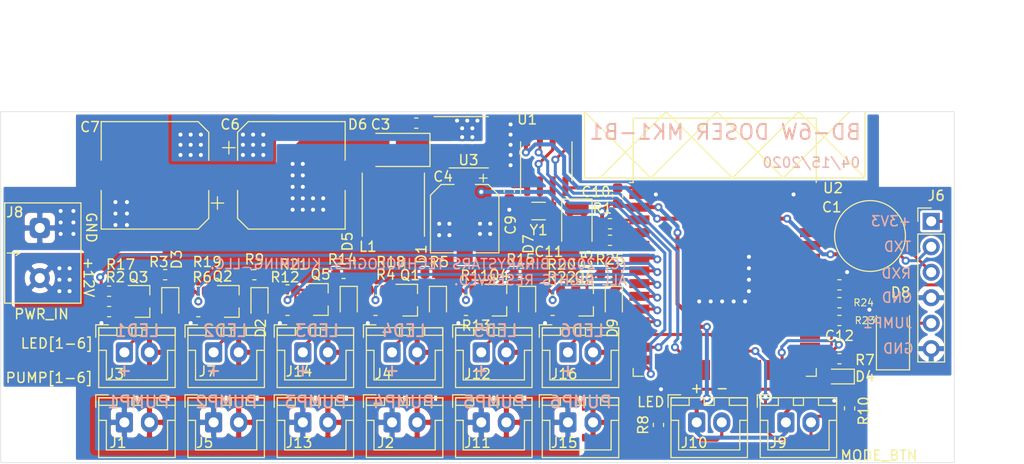
<source format=kicad_pcb>
(kicad_pcb (version 20171130) (host pcbnew "(5.1.5)-3")
  (title_block (title "6-Channels WiFi Doser") (rev MK1-B1))
  (layers (0 F.Cu signal) (31 B.Cu signal) (34 B.Paste user) (35 F.Paste user) (36 B.SilkS user) (37 F.SilkS user) (38 B.Mask user) (39 F.Mask user) (44 Edge.Cuts user))
  (net 0 "")
  (net 1 "Net-(U1-Pad3)")
  (net 2 "Net-(U1-Pad2)")
  (net 3 GND)
  (net 4 "Net-(D1-Pad2)")
  (net 5 +12V)
  (net 6 "Net-(D2-Pad2)")
  (net 7 "Net-(D3-Pad2)")
  (net 8 "Net-(D5-Pad2)")
  (net 9 "Net-(D7-Pad2)")
  (net 10 CH3)
  (net 11 CH4)
  (net 12 CH0)
  (net 13 CH1)
  (net 14 CH2)
  (net 15 +3V3)
  (net 16 RTC_SCLK)
  (net 17 RTC_CE)
  (net 18 "Net-(J3-Pad1)")
  (net 19 "Net-(J4-Pad1)")
  (net 20 "Net-(J7-Pad1)")
  (net 21 BTN_MODE_IN)
  (net 22 "Net-(J10-Pad2)")
  (net 23 "Net-(J12-Pad1)")
  (net 24 "Net-(J14-Pad1)")
  (net 25 "Net-(J16-Pad1)")
  (net 26 LED_STATUS)
  (net 27 CH5)
  (net 28 "Net-(D6-Pad1)")
  (net 29 "Net-(D8-Pad2)")
  (net 30 ESP_TX)
  (net 31 ESP_RX)
  (net 32 "Net-(C11-Pad2)")
  (net 33 "Net-(C12-Pad2)")
  (net 34 "Net-(Q1-Pad1)")
  (net 35 "Net-(Q2-Pad1)")
  (net 36 "Net-(Q3-Pad1)")
  (net 37 "Net-(Q4-Pad1)")
  (net 38 "Net-(Q5-Pad1)")
  (net 39 "Net-(Q6-Pad1)")
  (net 40 RTC_DATA)
  (net 41 LED_BOARD)
  (net 42 "Net-(D4-Pad1)")
  (net 43 "Net-(D9-Pad2)")
  (net 44 BURN)
  (net 45 /RTC_BAT)
  (module borneo-doser-mainboard:TerminalBlock_JL301-5.00-2P (layer F.Cu) (at 4.191 14.097 270)
    (fp_text reference J8 (at -4.064 2.794 180) (layer F.SilkS))
    (fp_text value 12V_IN)
    (pad 2 thru_hole circle (at 2.5 0.3 270) (size 2 2) (drill 1) (layers *.Cu *.Mask) (net 5 +12V))
    (pad 1 thru_hole roundrect (at -2.5 0.3 270) (size 2 2) (drill 1) (layers *.Cu *.Mask) (net 3 GND))
  )
  (module Connector_PinHeader_2.54mm:PinHeader_1x06_P2.54mm_Vertical (layer F.Cu) (at 92.71 10.936)
    (fp_text reference J6 (at 0.508 -2.554) (layer F.SilkS))
    (fp_text value Conn_01x06)
    (pad 6 thru_hole oval (at 0 12.7) (size 1.7 1.7) (drill 1) (layers *.Cu *.Mask) (net 3 GND))
    (pad 5 thru_hole oval (at 0 10.16) (size 1.7 1.7) (drill 1) (layers *.Cu *.Mask) (net 44 BURN))
    (pad 4 thru_hole oval (at 0 7.62) (size 1.7 1.7) (drill 1) (layers *.Cu *.Mask) (net 3 GND))
    (pad 3 thru_hole oval (at 0 5.08) (size 1.7 1.7) (drill 1) (layers *.Cu *.Mask) (net 30 ESP_TX))
    (pad 2 thru_hole oval (at 0 2.54) (size 1.7 1.7) (drill 1) (layers *.Cu *.Mask) (net 31 ESP_RX))
    (pad 1 thru_hole rect (at 0 0) (size 1.7 1.7) (drill 1) (layers *.Cu *.Mask) (net 29 "Net-(D8-Pad2)"))
  )
  (module Diode_SMD:D_0603_1608Metric (layer F.Cu) (at 83.566 26.416 180)
    (fp_text reference D4 (at -2.54 0) (layer F.SilkS))
    (fp_text value LED_ONBOARD)
    (pad 2 smd roundrect (at 0.7875 0 180) (size 0.875 0.95) (layers F.Cu F.Paste F.Mask) (net 15 +3V3))
    (pad 1 smd roundrect (at -0.7875 0 180) (size 0.875 0.95) (layers F.Cu F.Paste F.Mask) (net 42 "Net-(D4-Pad1)"))
  )
  (module Resistor_SMD:R_0603_1608Metric (layer F.Cu) (at 60.579 16.129 180)
    (fp_text reference R25 (at -0.127 1.397) (layer F.SilkS))
    (fp_text value 2k)
    (pad 2 smd roundrect (at 0.7875 0 180) (size 0.875 0.95) (layers F.Cu F.Paste F.Mask) (net 25 "Net-(J16-Pad1)"))
    (pad 1 smd roundrect (at -0.7875 0 180) (size 0.875 0.95) (layers F.Cu F.Paste F.Mask) (net 5 +12V))
  )
  (module Resistor_SMD:R_0603_1608Metric (layer F.Cu) (at 54.991 19.812 180)
    (fp_text reference R22 (at -0.889 3.302) (layer F.SilkS))
    (fp_text value 10k)
    (pad 2 smd roundrect (at 0.7875 0 180) (size 0.875 0.95) (layers F.Cu F.Paste F.Mask) (net 3 GND))
    (pad 1 smd roundrect (at -0.7875 0 180) (size 0.875 0.95) (layers F.Cu F.Paste F.Mask) (net 39 "Net-(Q6-Pad1)"))
  )
  (module Resistor_SMD:R_0603_1608Metric (layer F.Cu) (at 54.991 17.78)
    (fp_text reference R20 (at 0.889 -2.54) (layer F.SilkS))
    (fp_text value 22R)
    (pad 2 smd roundrect (at 0.7875 0) (size 0.875 0.95) (layers F.Cu F.Paste F.Mask) (net 39 "Net-(Q6-Pad1)"))
    (pad 1 smd roundrect (at -0.7875 0) (size 0.875 0.95) (layers F.Cu F.Paste F.Mask) (net 27 CH5))
  )
  (module Package_TO_SOT_SMD:SOT-23 (layer F.Cu) (at 58.293 18.796)
    (fp_text reference Q6 (at -0.127 -2.286) (layer F.SilkS))
    (fp_text value AO3400)
    (pad 3 smd rect (at 1 0) (size 0.9 0.8) (layers F.Cu F.Paste F.Mask) (net 43 "Net-(D9-Pad2)"))
    (pad 2 smd rect (at -1 0.95) (size 0.9 0.8) (layers F.Cu F.Paste F.Mask) (net 3 GND))
    (pad 1 smd rect (at -1 -0.95) (size 0.9 0.8) (layers F.Cu F.Paste F.Mask) (net 39 "Net-(Q6-Pad1)"))
  )
  (module Connector_JST:JST_XH_B2B-XH-A_1x02_P2.50mm_Vertical (layer F.Cu) (at 56.515 24.003)
    (fp_text reference J16 (at -0.381 2.159) (layer F.SilkS))
    (fp_text value CH3_LED)
    (pad 2 thru_hole oval (at 2.5 0) (size 1.7 2) (drill 1) (layers *.Cu *.Mask) (net 43 "Net-(D9-Pad2)"))
    (pad 1 thru_hole roundrect (at 0 0) (size 1.7 2) (drill 1) (layers *.Cu *.Mask) (roundrect_rratio 0.147059) (net 25 "Net-(J16-Pad1)"))
  )
  (module Connector_JST:JST_XH_B2B-XH-A_1x02_P2.50mm_Vertical (layer F.Cu) (at 56.515 30.988)
    (fp_text reference J15 (at -0.381 2.032) (layer F.SilkS))
    (fp_text value CH3_MOTOR)
    (pad 2 thru_hole oval (at 2.5 0) (size 1.7 2) (drill 1) (layers *.Cu *.Mask) (net 43 "Net-(D9-Pad2)"))
    (pad 1 thru_hole roundrect (at 0 0) (size 1.7 2) (drill 1) (layers *.Cu *.Mask) (roundrect_rratio 0.147059) (net 5 +12V))
  )
  (module Diode_SMD:D_SOD-323F (layer F.Cu) (at 61.087 18.923 270)
    (fp_text reference D9 (at 2.667 0.127 90) (layer F.SilkS))
    (fp_text value 1N4148)
    (pad 2 smd rect (at 1.1 0 270) (size 0.5 0.5) (layers F.Cu F.Paste F.Mask) (net 43 "Net-(D9-Pad2)"))
    (pad 1 smd rect (at -1.1 0 270) (size 0.5 0.5) (layers F.Cu F.Paste F.Mask) (net 5 +12V))
  )
  (module Resistor_SMD:R_0603_1608Metric (layer F.Cu) (at 51.943 16.129 180)
    (fp_text reference R15 (at 0.127 1.397) (layer F.SilkS))
    (fp_text value 2k)
    (pad 2 smd roundrect (at 0.7875 0 180) (size 0.875 0.95) (layers F.Cu F.Paste F.Mask) (net 23 "Net-(J12-Pad1)"))
    (pad 1 smd roundrect (at -0.7875 0 180) (size 0.875 0.95) (layers F.Cu F.Paste F.Mask) (net 5 +12V))
  )
  (module Resistor_SMD:R_0603_1608Metric (layer F.Cu) (at 46.355 19.812 180)
    (fp_text reference R13 (at -1.016 -1.524) (layer F.SilkS))
    (fp_text value 10k)
    (pad 2 smd roundrect (at 0.7875 0 180) (size 0.875 0.95) (layers F.Cu F.Paste F.Mask) (net 3 GND))
    (pad 1 smd roundrect (at -0.7875 0 180) (size 0.875 0.95) (layers F.Cu F.Paste F.Mask) (net 37 "Net-(Q4-Pad1)"))
  )
  (module Resistor_SMD:R_0603_1608Metric (layer F.Cu) (at 46.355 17.78)
    (fp_text reference R11 (at 0.889 -1.43) (layer F.SilkS))
    (fp_text value 22R)
    (pad 2 smd roundrect (at 0.7875 0) (size 0.875 0.95) (layers F.Cu F.Paste F.Mask) (net 37 "Net-(Q4-Pad1)"))
    (pad 1 smd roundrect (at -0.7875 0) (size 0.875 0.95) (layers F.Cu F.Paste F.Mask) (net 11 CH4))
  )
  (module Package_TO_SOT_SMD:SOT-23 (layer F.Cu) (at 49.657 18.796)
    (fp_text reference Q4 (at 0 -2.5) (layer F.SilkS))
    (fp_text value AO3400)
    (pad 3 smd rect (at 1 0) (size 0.9 0.8) (layers F.Cu F.Paste F.Mask) (net 9 "Net-(D7-Pad2)"))
    (pad 2 smd rect (at -1 0.95) (size 0.9 0.8) (layers F.Cu F.Paste F.Mask) (net 3 GND))
    (pad 1 smd rect (at -1 -0.95) (size 0.9 0.8) (layers F.Cu F.Paste F.Mask) (net 37 "Net-(Q4-Pad1)"))
  )
  (module Connector_JST:JST_XH_B2B-XH-A_1x02_P2.50mm_Vertical (layer F.Cu) (at 47.879 24.003)
    (fp_text reference J12 (at -0.381 2.159) (layer F.SilkS))
    (fp_text value CH3_LED)
    (pad 2 thru_hole oval (at 2.5 0) (size 1.7 2) (drill 1) (layers *.Cu *.Mask) (net 9 "Net-(D7-Pad2)"))
    (pad 1 thru_hole roundrect (at 0 0) (size 1.7 2) (drill 1) (layers *.Cu *.Mask) (roundrect_rratio 0.147059) (net 23 "Net-(J12-Pad1)"))
  )
  (module Connector_JST:JST_XH_B2B-XH-A_1x02_P2.50mm_Vertical (layer F.Cu) (at 47.879 30.988)
    (fp_text reference J11 (at -0.381 2.032) (layer F.SilkS))
    (fp_text value CH3_MOTOR)
    (pad 2 thru_hole oval (at 2.5 0) (size 1.7 2) (drill 1) (layers *.Cu *.Mask) (net 9 "Net-(D7-Pad2)"))
    (pad 1 thru_hole roundrect (at 0 0) (size 1.7 2) (drill 1) (layers *.Cu *.Mask) (roundrect_rratio 0.147059) (net 5 +12V))
  )
  (module Diode_SMD:D_SOD-323F (layer F.Cu) (at 52.451 18.923 270)
    (fp_text reference D7 (at -5.715 -0.127 90) (layer F.SilkS))
    (fp_text value 1N4148)
    (pad 2 smd rect (at 1.1 0 270) (size 0.5 0.5) (layers F.Cu F.Paste F.Mask) (net 9 "Net-(D7-Pad2)"))
    (pad 1 smd rect (at -1.1 0 270) (size 0.5 0.5) (layers F.Cu F.Paste F.Mask) (net 5 +12V))
  )
  (module Resistor_SMD:R_0603_1608Metric (layer F.Cu) (at 83.566 24.638 180)
    (fp_text reference R7 (at -2.54 -0.127) (layer F.SilkS))
    (fp_text value 470)
    (pad 2 smd roundrect (at 0.7875 0 180) (size 0.875 0.95) (layers F.Cu F.Paste F.Mask) (net 41 LED_BOARD))
    (pad 1 smd roundrect (at -0.7875 0 180) (size 0.875 0.95) (layers F.Cu F.Paste F.Mask) (net 42 "Net-(D4-Pad1)"))
  )
  (module MountingHole:MountingHole_3.2mm_M3 (layer F.Cu) (at 91 31)
    (fp_text reference REF** hide)
    (fp_text value MountingHole_3.2mm_M3 hide)
    (pad 1 np_thru_hole circle (at 0 0) (size 3.2 3.2) (drill 3.2) (layers *.Cu *.Mask))
  )
  (module MountingHole:MountingHole_3.2mm_M3 (layer F.Cu) (at 91 4)
    (fp_text reference REF** hide)
    (fp_text value MountingHole_3.2mm_M3 hide)
    (pad 1 np_thru_hole circle (at 0 0) (size 3.2 3.2) (drill 3.2) (layers *.Cu *.Mask))
  )
  (module MountingHole:MountingHole_3.2mm_M3 (layer F.Cu) (at 4 31)
    (fp_text reference REF** hide)
    (fp_text value MountingHole_3.2mm_M3 hide)
    (pad 1 np_thru_hole circle (at 0 0) (size 3.2 3.2) (drill 3.2) (layers *.Cu *.Mask))
  )
  (module MountingHole:MountingHole_3.2mm_M3 (layer F.Cu) (at 4 4)
    (fp_text reference REF** hide)
    (fp_text value MountingHole_3.2mm_M3 hide)
    (pad 1 np_thru_hole circle (at 0 0) (size 3.2 3.2) (drill 3.2) (layers *.Cu *.Mask))
  )
  (module Inductor_SMD:L_Taiyo-Yuden_NR-60xx (layer F.Cu) (at 39.116 9.271 270)
    (fp_text reference L1 (at 4.191 2.54 180) (layer F.SilkS))
    (fp_text value 68uH)
    (pad 2 smd rect (at 2.35 0 270) (size 1.6 5.9) (layers F.Cu F.Paste F.Mask) (net 15 +3V3))
    (pad 1 smd rect (at -2.35 0 270) (size 1.6 5.9) (layers F.Cu F.Paste F.Mask) (net 28 "Net-(D6-Pad1)"))
  )
  (module Resistor_SMD:R_0603_1608Metric (layer F.Cu) (at 83.566 19.05 180)
    (fp_text reference R24 (at -2.413 0) (layer F.SilkS) (effects (font (size 0.7 0.7) (thickness 0.1))))
    (fp_text value 470)
    (pad 2 smd roundrect (at 0.7875 0 180) (size 0.875 0.95) (layers F.Cu F.Paste F.Mask) (net 33 "Net-(C12-Pad2)"))
    (pad 1 smd roundrect (at -0.7875 0 180) (size 0.875 0.95) (layers F.Cu F.Paste F.Mask) (net 44 BURN))
  )
  (module Resistor_SMD:R_0603_1608Metric (layer F.Cu) (at 83.566 20.828 180)
    (fp_text reference R23 (at -2.54 0) (layer F.SilkS) (effects (font (size 0.7 0.7) (thickness 0.1))))
    (fp_text value 12k)
    (pad 2 smd roundrect (at 0.7875 0 180) (size 0.875 0.95) (layers F.Cu F.Paste F.Mask) (net 33 "Net-(C12-Pad2)"))
    (pad 1 smd roundrect (at -0.7875 0 180) (size 0.875 0.95) (layers F.Cu F.Paste F.Mask) (net 15 +3V3))
  )
  (module Resistor_SMD:R_0603_1608Metric (layer F.Cu) (at 28.575 17.78)
    (fp_text reference R21 (at 0.635 -2.54) (layer F.SilkS))
    (fp_text value 22R)
    (pad 2 smd roundrect (at 0.7875 0) (size 0.875 0.95) (layers F.Cu F.Paste F.Mask) (net 38 "Net-(Q5-Pad1)"))
    (pad 1 smd roundrect (at -0.7875 0) (size 0.875 0.95) (layers F.Cu F.Paste F.Mask) (net 14 CH2))
  )
  (module Resistor_SMD:R_0603_1608Metric (layer F.Cu) (at 19.685 17.907)
    (fp_text reference R19 (at 0.889 -2.921) (layer F.SilkS))
    (fp_text value 22R)
    (pad 2 smd roundrect (at 0.7875 0) (size 0.875 0.95) (layers F.Cu F.Paste F.Mask) (net 35 "Net-(Q2-Pad1)"))
    (pad 1 smd roundrect (at -0.7875 0) (size 0.875 0.95) (layers F.Cu F.Paste F.Mask) (net 13 CH1))
  )
  (module Resistor_SMD:R_0603_1608Metric (layer F.Cu) (at 37.465 17.78)
    (fp_text reference R18 (at 1.397 -2.794) (layer F.SilkS))
    (fp_text value 22R)
    (pad 2 smd roundrect (at 0.7875 0) (size 0.875 0.95) (layers F.Cu F.Paste F.Mask) (net 34 "Net-(Q1-Pad1)"))
    (pad 1 smd roundrect (at -0.7875 0) (size 0.875 0.95) (layers F.Cu F.Paste F.Mask) (net 10 CH3))
  )
  (module Resistor_SMD:R_0603_1608Metric (layer F.Cu) (at 10.795 17.907)
    (fp_text reference R17 (at 1.143 -2.667) (layer F.SilkS))
    (fp_text value 22R)
    (pad 2 smd roundrect (at 0.7875 0) (size 0.875 0.95) (layers F.Cu F.Paste F.Mask) (net 36 "Net-(Q3-Pad1)"))
    (pad 1 smd roundrect (at -0.7875 0) (size 0.875 0.95) (layers F.Cu F.Paste F.Mask) (net 12 CH0))
  )
  (module Resistor_SMD:R_0603_1608Metric (layer F.Cu) (at 60.706 11.176)
    (fp_text reference R1 (at -0.762 -1.524) (layer F.SilkS))
    (fp_text value 10k)
    (pad 2 smd roundrect (at 0.7875 0) (size 0.875 0.95) (layers F.Cu F.Paste F.Mask) (net 32 "Net-(C11-Pad2)"))
    (pad 1 smd roundrect (at -0.7875 0) (size 0.875 0.95) (layers F.Cu F.Paste F.Mask) (net 15 +3V3))
  )
  (module Diode_SMD:D_SOD-323F (layer F.Cu) (at 34.671 18.923 270)
    (fp_text reference D5 (at -5.969 0.127 90) (layer F.SilkS))
    (fp_text value 1N4148)
    (pad 2 smd rect (at 1.1 0 270) (size 0.5 0.5) (layers F.Cu F.Paste F.Mask) (net 8 "Net-(D5-Pad2)"))
    (pad 1 smd rect (at -1.1 0 270) (size 0.5 0.5) (layers F.Cu F.Paste F.Mask) (net 5 +12V))
  )
  (module Diode_SMD:D_SOD-323F (layer F.Cu) (at 16.891 19.05 270)
    (fp_text reference D3 (at -4.318 -0.635 90) (layer F.SilkS))
    (fp_text value 1N4148)
    (pad 2 smd rect (at 1.1 0 270) (size 0.5 0.5) (layers F.Cu F.Paste F.Mask) (net 7 "Net-(D3-Pad2)"))
    (pad 1 smd rect (at -1.1 0 270) (size 0.5 0.5) (layers F.Cu F.Paste F.Mask) (net 5 +12V))
  )
  (module Diode_SMD:D_SOD-323F (layer F.Cu) (at 25.781 19.05 270)
    (fp_text reference D2 (at 2.54 -0.127 90) (layer F.SilkS))
    (fp_text value 1N4148)
    (pad 2 smd rect (at 1.1 0 270) (size 0.5 0.5) (layers F.Cu F.Paste F.Mask) (net 6 "Net-(D2-Pad2)"))
    (pad 1 smd rect (at -1.1 0 270) (size 0.5 0.5) (layers F.Cu F.Paste F.Mask) (net 5 +12V))
  )
  (module Diode_SMD:D_SOD-323F (layer F.Cu) (at 43.561 18.923 270)
    (fp_text reference D1 (at -4.699 1.651 90) (layer F.SilkS))
    (fp_text value 1N4148)
    (pad 2 smd rect (at 1.1 0 270) (size 0.5 0.5) (layers F.Cu F.Paste F.Mask) (net 4 "Net-(D1-Pad2)"))
    (pad 1 smd rect (at -1.1 0 270) (size 0.5 0.5) (layers F.Cu F.Paste F.Mask) (net 5 +12V))
  )
  (module Capacitor_SMD:C_0603_1608Metric (layer F.Cu) (at 83.566 17.272 180)
    (fp_text reference C12 (at 0 -5.08) (layer F.SilkS))
    (fp_text value 104)
    (pad 2 smd roundrect (at 0.7875 0 180) (size 0.875 0.95) (layers F.Cu F.Paste F.Mask) (net 33 "Net-(C12-Pad2)"))
    (pad 1 smd roundrect (at -0.7875 0 180) (size 0.875 0.95) (layers F.Cu F.Paste F.Mask) (net 3 GND))
  )
  (module Capacitor_SMD:C_0603_1608Metric (layer F.Cu) (at 60.706 12.827)
    (fp_text reference C11 (at -6.096 1.143) (layer F.SilkS))
    (fp_text value 104)
    (pad 2 smd roundrect (at 0.7875 0) (size 0.875 0.95) (layers F.Cu F.Paste F.Mask) (net 32 "Net-(C11-Pad2)"))
    (pad 1 smd roundrect (at -0.7875 0) (size 0.875 0.95) (layers F.Cu F.Paste F.Mask) (net 3 GND))
  )
  (module Capacitor_SMD:CP_Elec_10x10.5 (layer F.Cu) (at 15.367 6.35 180)
    (fp_text reference C7 (at 6.477 4.826) (layer F.SilkS))
    (fp_text value 470uF)
    (pad 2 smd roundrect (at 4.2 0 180) (size 4.4 2.5) (layers F.Cu F.Paste F.Mask) (roundrect_rratio 0.1) (net 3 GND))
    (pad 1 smd roundrect (at -4.2 0 180) (size 4.4 2.5) (layers F.Cu F.Paste F.Mask) (roundrect_rratio 0.1) (net 5 +12V))
  )
  (module Capacitor_SMD:CP_Elec_10x10.5 (layer F.Cu) (at 28.956 6.35)
    (fp_text reference C6 (at -6.096 -5.08) (layer F.SilkS))
    (fp_text value 470uF)
    (pad 2 smd roundrect (at 4.2 0) (size 4.4 2.5) (layers F.Cu F.Paste F.Mask) (roundrect_rratio 0.1) (net 3 GND))
    (pad 1 smd roundrect (at -4.2 0) (size 4.4 2.5) (layers F.Cu F.Paste F.Mask) (roundrect_rratio 0.1) (net 5 +12V))
  )
  (module Capacitor_Tantalum_SMD:CP_EIA-3528-15_AVX-H (layer F.Cu) (at 57.404 11.176 270)
    (fp_text reference C5 (at 3.556 -1.016 90) (layer F.SilkS))
    (fp_text value 100uF)
    (pad 2 smd roundrect (at 1.5375 0 270) (size 1.325 2.35) (layers F.Cu F.Paste F.Mask) (roundrect_rratio 0.188679) (net 3 GND))
    (pad 1 smd roundrect (at -1.5375 0 270) (size 1.325 2.35) (layers F.Cu F.Paste F.Mask) (roundrect_rratio 0.188679) (net 15 +3V3))
  )
  (module Capacitor_SMD:CP_Elec_6.3x7.7 (layer F.Cu) (at 46.228 10.668 270)
    (fp_text reference C4 (at -4.191 2.159 180) (layer F.SilkS))
    (fp_text value 220uF)
    (pad 2 smd roundrect (at 2.7 0 270) (size 3.5 1.6) (layers F.Cu F.Paste F.Mask) (roundrect_rratio 0.15625) (net 3 GND))
    (pad 1 smd roundrect (at -2.7 0 270) (size 3.5 1.6) (layers F.Cu F.Paste F.Mask) (roundrect_rratio 0.15625) (net 15 +3V3))
  )
  (module Battery:BatteryHolder_Seiko_MS621F (layer F.Cu) (at 86.614 17.399 270)
    (fp_text reference C1 (at -7.874 3.81 180) (layer F.SilkS))
    (fp_text value "0.08F SUPER_CAP")
    (pad 2 smd rect (at 0 0.75 270) (size 2 0.8) (layers F.Cu F.Paste F.Mask) (net 3 GND))
    (pad 1 smd rect (at 0 -0.75 270) (size 2 0.8) (layers F.Cu F.Paste F.Mask) (net 45 /RTC_BAT))
  )
  (module Package_SO:SOIC-8_3.9x4.9mm_P1.27mm (layer F.Cu) (at 54.356 4.953 90)
    (fp_text reference U1 (at 4.191 -1.905 180) (layer F.SilkS))
    (fp_text value DS1302Z+)
    (pad 8 smd roundrect (at 2.475 -1.905 90) (size 1.95 0.6) (layers F.Cu F.Paste F.Mask) (net 45 /RTC_BAT))
    (pad 7 smd roundrect (at 2.475 -0.635 90) (size 1.95 0.6) (layers F.Cu F.Paste F.Mask) (net 16 RTC_SCLK))
    (pad 6 smd roundrect (at 2.475 0.635 90) (size 1.95 0.6) (layers F.Cu F.Paste F.Mask) (net 40 RTC_DATA))
    (pad 5 smd roundrect (at 2.475 1.905 90) (size 1.95 0.6) (layers F.Cu F.Paste F.Mask) (net 17 RTC_CE))
    (pad 4 smd roundrect (at -2.475 1.905 90) (size 1.95 0.6) (layers F.Cu F.Paste F.Mask) (net 3 GND))
    (pad 3 smd roundrect (at -2.475 0.635 90) (size 1.95 0.6) (layers F.Cu F.Paste F.Mask) (net 1 "Net-(U1-Pad3)"))
    (pad 2 smd roundrect (at -2.475 -0.635 90) (size 1.95 0.6) (layers F.Cu F.Paste F.Mask) (net 2 "Net-(U1-Pad2)"))
    (pad 1 smd roundrect (at -2.475 -1.905 90) (size 1.95 0.6) (layers F.Cu F.Paste F.Mask) (net 15 +3V3))
  )
  (module Diode_SMD:D_SMA (layer F.Cu) (at 88.9 22.352 90)
    (fp_text reference D8 (at 4.318 0.762 180) (layer F.SilkS))
    (fp_text value SS34)
    (pad 2 smd rect (at 2 0 90) (size 2.5 1.8) (layers F.Cu F.Paste F.Mask) (net 29 "Net-(D8-Pad2)"))
    (pad 1 smd rect (at -2 0 90) (size 2.5 1.8) (layers F.Cu F.Paste F.Mask) (net 15 +3V3))
  )
  (module Diode_SMD:D_SMA (layer F.Cu) (at 39.37 3.81 180)
    (fp_text reference D6 (at 3.81 2.54 180) (layer F.SilkS))
    (fp_text value SS34)
    (pad 2 smd rect (at 2 0 180) (size 2.5 1.8) (layers F.Cu F.Paste F.Mask) (net 3 GND))
    (pad 1 smd rect (at -2 0 180) (size 2.5 1.8) (layers F.Cu F.Paste F.Mask) (net 28 "Net-(D6-Pad1)"))
  )
  (module RF_Module:ESP32-WROOM-32 (layer F.Cu) (at 72.136 16.51)
    (fp_text reference U2 (at 10.795 -8.89 180) (layer F.SilkS))
    (fp_text value ESP32-WROOM-32)
    (pad 38 smd rect (at 8.5 -8.255) (size 2 0.9) (layers F.Cu F.Paste F.Mask) (net 3 GND))
    (pad 37 smd rect (at 8.5 -6.985) (size 2 0.9) (layers F.Cu F.Paste F.Mask))
    (pad 36 smd rect (at 8.5 -5.715) (size 2 0.9) (layers F.Cu F.Paste F.Mask))
    (pad 35 smd rect (at 8.5 -4.445) (size 2 0.9) (layers F.Cu F.Paste F.Mask) (net 30 ESP_TX))
    (pad 34 smd rect (at 8.5 -3.175) (size 2 0.9) (layers F.Cu F.Paste F.Mask) (net 31 ESP_RX))
    (pad 33 smd rect (at 8.5 -1.905) (size 2 0.9) (layers F.Cu F.Paste F.Mask))
    (pad 32 smd rect (at 8.5 -0.635) (size 2 0.9) (layers F.Cu F.Paste F.Mask))
    (pad 31 smd rect (at 8.5 0.635) (size 2 0.9) (layers F.Cu F.Paste F.Mask))
    (pad 30 smd rect (at 8.5 1.905) (size 2 0.9) (layers F.Cu F.Paste F.Mask))
    (pad 29 smd rect (at 8.5 3.175) (size 2 0.9) (layers F.Cu F.Paste F.Mask))
    (pad 28 smd rect (at 8.5 4.445) (size 2 0.9) (layers F.Cu F.Paste F.Mask))
    (pad 27 smd rect (at 8.5 5.715) (size 2 0.9) (layers F.Cu F.Paste F.Mask))
    (pad 26 smd rect (at 8.5 6.985) (size 2 0.9) (layers F.Cu F.Paste F.Mask) (net 26 LED_STATUS))
    (pad 25 smd rect (at 8.5 8.255) (size 2 0.9) (layers F.Cu F.Paste F.Mask) (net 33 "Net-(C12-Pad2)"))
    (pad 24 smd rect (at 5.715 9.255 90) (size 2 0.9) (layers F.Cu F.Paste F.Mask) (net 41 LED_BOARD))
    (pad 23 smd rect (at 4.445 9.255 90) (size 2 0.9) (layers F.Cu F.Paste F.Mask))
    (pad 22 smd rect (at 3.175 9.255 90) (size 2 0.9) (layers F.Cu F.Paste F.Mask))
    (pad 21 smd rect (at 1.905 9.255 90) (size 2 0.9) (layers F.Cu F.Paste F.Mask))
    (pad 20 smd rect (at 0.635 9.255 90) (size 2 0.9) (layers F.Cu F.Paste F.Mask))
    (pad 19 smd rect (at -0.635 9.255 90) (size 2 0.9) (layers F.Cu F.Paste F.Mask))
    (pad 18 smd rect (at -1.905 9.255 90) (size 2 0.9) (layers F.Cu F.Paste F.Mask))
    (pad 17 smd rect (at -3.175 9.255 90) (size 2 0.9) (layers F.Cu F.Paste F.Mask))
    (pad 16 smd rect (at -4.445 9.255 90) (size 2 0.9) (layers F.Cu F.Paste F.Mask) (net 17 RTC_CE))
    (pad 15 smd rect (at -5.715 9.255 90) (size 2 0.9) (layers F.Cu F.Paste F.Mask) (net 3 GND))
    (pad 14 smd rect (at -8.5 8.255) (size 2 0.9) (layers F.Cu F.Paste F.Mask) (net 40 RTC_DATA))
    (pad 13 smd rect (at -8.5 6.985) (size 2 0.9) (layers F.Cu F.Paste F.Mask) (net 16 RTC_SCLK))
    (pad 12 smd rect (at -8.5 5.715) (size 2 0.9) (layers F.Cu F.Paste F.Mask) (net 21 BTN_MODE_IN))
    (pad 11 smd rect (at -8.5 4.445) (size 2 0.9) (layers F.Cu F.Paste F.Mask) (net 27 CH5))
    (pad 10 smd rect (at -8.5 3.175) (size 2 0.9) (layers F.Cu F.Paste F.Mask) (net 11 CH4))
    (pad 9 smd rect (at -8.5 1.905) (size 2 0.9) (layers F.Cu F.Paste F.Mask) (net 10 CH3))
    (pad 8 smd rect (at -8.5 0.635) (size 2 0.9) (layers F.Cu F.Paste F.Mask) (net 14 CH2))
    (pad 7 smd rect (at -8.5 -0.635) (size 2 0.9) (layers F.Cu F.Paste F.Mask) (net 13 CH1))
    (pad 6 smd rect (at -8.5 -1.905) (size 2 0.9) (layers F.Cu F.Paste F.Mask) (net 12 CH0))
    (pad 5 smd rect (at -8.5 -3.175) (size 2 0.9) (layers F.Cu F.Paste F.Mask))
    (pad 4 smd rect (at -8.5 -4.445) (size 2 0.9) (layers F.Cu F.Paste F.Mask))
    (pad 3 smd rect (at -8.5 -5.715) (size 2 0.9) (layers F.Cu F.Paste F.Mask) (net 32 "Net-(C11-Pad2)"))
    (pad 2 smd rect (at -8.5 -6.985) (size 2 0.9) (layers F.Cu F.Paste F.Mask) (net 15 +3V3))
    (pad 1 smd rect (at -8.5 -8.255) (size 2 0.9) (layers F.Cu F.Paste F.Mask) (net 3 GND))
    (pad 39 smd rect (at -1 -0.755) (size 5 5) (layers F.Cu F.Paste F.Mask) (net 3 GND))
  )
  (module Crystal:Crystal_SMD_3215-2Pin_3.2x1.5mm (layer F.Cu) (at 53.594 9.906)
    (fp_text reference Y1 (at 0 1.905 180) (layer F.SilkS))
    (fp_text value "32.768kHz 6pF")
    (pad 2 smd rect (at -1.25 0) (size 1 1.8) (layers F.Cu F.Paste F.Mask) (net 2 "Net-(U1-Pad2)"))
    (pad 1 smd rect (at 1.25 0) (size 1 1.8) (layers F.Cu F.Paste F.Mask) (net 1 "Net-(U1-Pad3)"))
  )
  (module Package_SO:SOP-8_3.9x4.9mm_P1.27mm (layer F.Cu) (at 46.6344 3.048)
    (fp_text reference U3 (at -0.0254 1.778) (layer F.SilkS))
    (fp_text value XL1509-3.3E1)
    (pad 8 smd roundrect (at 2.625 -1.905) (size 1.65 0.6) (layers F.Cu F.Paste F.Mask) (net 3 GND))
    (pad 7 smd roundrect (at 2.625 -0.635) (size 1.65 0.6) (layers F.Cu F.Paste F.Mask) (net 3 GND))
    (pad 6 smd roundrect (at 2.625 0.635) (size 1.65 0.6) (layers F.Cu F.Paste F.Mask) (net 3 GND))
    (pad 5 smd roundrect (at 2.625 1.905) (size 1.65 0.6) (layers F.Cu F.Paste F.Mask) (net 3 GND))
    (pad 4 smd roundrect (at -2.625 1.905) (size 1.65 0.6) (layers F.Cu F.Paste F.Mask))
    (pad 3 smd roundrect (at -2.625 0.635) (size 1.65 0.6) (layers F.Cu F.Paste F.Mask) (net 15 +3V3))
    (pad 2 smd roundrect (at -2.625 -0.635) (size 1.65 0.6) (layers F.Cu F.Paste F.Mask) (net 28 "Net-(D6-Pad1)"))
    (pad 1 smd roundrect (at -2.625 -1.905) (size 1.65 0.6) (layers F.Cu F.Paste F.Mask) (net 5 +12V))
  )
  (module Resistor_SMD:R_0603_1608Metric (layer F.Cu) (at 34.163 16.129 180)
    (fp_text reference R14 (at 0.127 1.397) (layer F.SilkS))
    (fp_text value 2k)
    (pad 2 smd roundrect (at 0.7875 0 180) (size 0.875 0.95) (layers F.Cu F.Paste F.Mask) (net 24 "Net-(J14-Pad1)"))
    (pad 1 smd roundrect (at -0.7875 0 180) (size 0.875 0.95) (layers F.Cu F.Paste F.Mask) (net 5 +12V))
  )
  (module Resistor_SMD:R_0603_1608Metric (layer F.Cu) (at 28.575 19.812 180)
    (fp_text reference R12 (at 0.254 3.302) (layer F.SilkS))
    (fp_text value 10k)
    (pad 2 smd roundrect (at 0.7875 0 180) (size 0.875 0.95) (layers F.Cu F.Paste F.Mask) (net 3 GND))
    (pad 1 smd roundrect (at -0.7875 0 180) (size 0.875 0.95) (layers F.Cu F.Paste F.Mask) (net 38 "Net-(Q5-Pad1)"))
  )
  (module Resistor_SMD:R_0603_1608Metric (layer F.Cu) (at 84.582 29.591 90)
    (fp_text reference R10 (at -0.254 1.397 90) (layer F.SilkS))
    (fp_text value 100k)
    (pad 2 smd roundrect (at 0.7875 0 90) (size 0.875 0.95) (layers F.Cu F.Paste F.Mask) (net 3 GND))
    (pad 1 smd roundrect (at -0.7875 0 90) (size 0.875 0.95) (layers F.Cu F.Paste F.Mask) (net 21 BTN_MODE_IN))
  )
  (module Resistor_SMD:R_0603_1608Metric (layer F.Cu) (at 25.273 16.256 180)
    (fp_text reference R9 (at 0 1.524) (layer F.SilkS))
    (fp_text value 2k)
    (pad 2 smd roundrect (at 0.7875 0 180) (size 0.875 0.95) (layers F.Cu F.Paste F.Mask) (net 20 "Net-(J7-Pad1)"))
    (pad 1 smd roundrect (at -0.7875 0 180) (size 0.875 0.95) (layers F.Cu F.Paste F.Mask) (net 5 +12V))
  )
  (module Resistor_SMD:R_0603_1608Metric (layer F.Cu) (at 65.532 31.242 270)
    (fp_text reference R8 (at 0 1.524 90) (layer F.SilkS))
    (fp_text value 1k)
    (pad 2 smd roundrect (at 0.7875 0 270) (size 0.875 0.95) (layers F.Cu F.Paste F.Mask) (net 22 "Net-(J10-Pad2)"))
    (pad 1 smd roundrect (at -0.7875 0 270) (size 0.875 0.95) (layers F.Cu F.Paste F.Mask) (net 26 LED_STATUS))
  )
  (module Resistor_SMD:R_0603_1608Metric (layer F.Cu) (at 19.685 19.939 180)
    (fp_text reference R6 (at -0.381 3.429) (layer F.SilkS))
    (fp_text value 10k)
    (pad 2 smd roundrect (at 0.7875 0 180) (size 0.875 0.95) (layers F.Cu F.Paste F.Mask) (net 3 GND))
    (pad 1 smd roundrect (at -0.7875 0 180) (size 0.875 0.95) (layers F.Cu F.Paste F.Mask) (net 35 "Net-(Q2-Pad1)"))
  )
  (module Resistor_SMD:R_0603_1608Metric (layer F.Cu) (at 43.053 16.129 180)
    (fp_text reference R5 (at -0.635 1.143) (layer F.SilkS))
    (fp_text value 2k)
    (pad 2 smd roundrect (at 0.7875 0 180) (size 0.875 0.95) (layers F.Cu F.Paste F.Mask) (net 19 "Net-(J4-Pad1)"))
    (pad 1 smd roundrect (at -0.7875 0 180) (size 0.875 0.95) (layers F.Cu F.Paste F.Mask) (net 5 +12V))
  )
  (module Resistor_SMD:R_0603_1608Metric (layer F.Cu) (at 37.338 19.812 180)
    (fp_text reference R4 (at -1.016 3.556) (layer F.SilkS))
    (fp_text value 10k)
    (pad 2 smd roundrect (at 0.7875 0 180) (size 0.875 0.95) (layers F.Cu F.Paste F.Mask) (net 3 GND))
    (pad 1 smd roundrect (at -0.7875 0 180) (size 0.875 0.95) (layers F.Cu F.Paste F.Mask) (net 34 "Net-(Q1-Pad1)"))
  )
  (module Resistor_SMD:R_0603_1608Metric (layer F.Cu) (at 16.383 16.256 180)
    (fp_text reference R3 (at 0.635 1.27) (layer F.SilkS))
    (fp_text value 2k)
    (pad 2 smd roundrect (at 0.7875 0 180) (size 0.875 0.95) (layers F.Cu F.Paste F.Mask) (net 18 "Net-(J3-Pad1)"))
    (pad 1 smd roundrect (at -0.7875 0 180) (size 0.875 0.95) (layers F.Cu F.Paste F.Mask) (net 5 +12V))
  )
  (module Resistor_SMD:R_0603_1608Metric (layer F.Cu) (at 10.795 19.939 180)
    (fp_text reference R2 (at -0.635 3.429) (layer F.SilkS))
    (fp_text value 10k)
    (pad 2 smd roundrect (at 0.7875 0 180) (size 0.875 0.95) (layers F.Cu F.Paste F.Mask) (net 3 GND))
    (pad 1 smd roundrect (at -0.7875 0 180) (size 0.875 0.95) (layers F.Cu F.Paste F.Mask) (net 36 "Net-(Q3-Pad1)"))
  )
  (module Package_TO_SOT_SMD:SOT-23 (layer F.Cu) (at 31.861 18.73)
    (fp_text reference Q5 (at 0 -2.5) (layer F.SilkS))
    (fp_text value AO3400)
    (pad 3 smd rect (at 1 0) (size 0.9 0.8) (layers F.Cu F.Paste F.Mask) (net 8 "Net-(D5-Pad2)"))
    (pad 2 smd rect (at -1 0.95) (size 0.9 0.8) (layers F.Cu F.Paste F.Mask) (net 3 GND))
    (pad 1 smd rect (at -1 -0.95) (size 0.9 0.8) (layers F.Cu F.Paste F.Mask) (net 38 "Net-(Q5-Pad1)"))
  )
  (module Package_TO_SOT_SMD:SOT-23 (layer F.Cu) (at 14.097 18.923)
    (fp_text reference Q3 (at -0.381 -2.413) (layer F.SilkS))
    (fp_text value AO3400)
    (pad 3 smd rect (at 1 0) (size 0.9 0.8) (layers F.Cu F.Paste F.Mask) (net 7 "Net-(D3-Pad2)"))
    (pad 2 smd rect (at -1 0.95) (size 0.9 0.8) (layers F.Cu F.Paste F.Mask) (net 3 GND))
    (pad 1 smd rect (at -1 -0.95) (size 0.9 0.8) (layers F.Cu F.Paste F.Mask) (net 36 "Net-(Q3-Pad1)"))
  )
  (module Package_TO_SOT_SMD:SOT-23 (layer F.Cu) (at 22.987 18.923)
    (fp_text reference Q2 (at -0.889 -2.5) (layer F.SilkS))
    (fp_text value AO3400)
    (pad 3 smd rect (at 1 0) (size 0.9 0.8) (layers F.Cu F.Paste F.Mask) (net 6 "Net-(D2-Pad2)"))
    (pad 2 smd rect (at -1 0.95) (size 0.9 0.8) (layers F.Cu F.Paste F.Mask) (net 3 GND))
    (pad 1 smd rect (at -1 -0.95) (size 0.9 0.8) (layers F.Cu F.Paste F.Mask) (net 35 "Net-(Q2-Pad1)"))
  )
  (module Package_TO_SOT_SMD:SOT-23 (layer F.Cu) (at 40.767 18.796)
    (fp_text reference Q1 (at 0 -2.5) (layer F.SilkS))
    (fp_text value AO3400)
    (pad 3 smd rect (at 1 0) (size 0.9 0.8) (layers F.Cu F.Paste F.Mask) (net 4 "Net-(D1-Pad2)"))
    (pad 2 smd rect (at -1 0.95) (size 0.9 0.8) (layers F.Cu F.Paste F.Mask) (net 3 GND))
    (pad 1 smd rect (at -1 -0.95) (size 0.9 0.8) (layers F.Cu F.Paste F.Mask) (net 34 "Net-(Q1-Pad1)"))
  )
  (module Connector_JST:JST_XH_B2B-XH-A_1x02_P2.50mm_Vertical (layer F.Cu) (at 30.099 24.003)
    (fp_text reference J14 (at -0.381 1.905) (layer F.SilkS))
    (fp_text value CH2_LED)
    (pad 2 thru_hole oval (at 2.5 0) (size 1.7 2) (drill 1) (layers *.Cu *.Mask) (net 8 "Net-(D5-Pad2)"))
    (pad 1 thru_hole roundrect (at 0 0) (size 1.7 2) (drill 1) (layers *.Cu *.Mask) (roundrect_rratio 0.147059) (net 24 "Net-(J14-Pad1)"))
  )
  (module Connector_JST:JST_XH_B2B-XH-A_1x02_P2.50mm_Vertical (layer F.Cu) (at 30.099 30.988)
    (fp_text reference J13 (at -0.381 2.032) (layer F.SilkS))
    (fp_text value CH2_MOTOR)
    (pad 2 thru_hole oval (at 2.5 0) (size 1.7 2) (drill 1) (layers *.Cu *.Mask) (net 8 "Net-(D5-Pad2)"))
    (pad 1 thru_hole roundrect (at 0 0) (size 1.7 2) (drill 1) (layers *.Cu *.Mask) (roundrect_rratio 0.147059) (net 5 +12V))
  )
  (module Connector_JST:JST_XH_B2B-XH-A_1x02_P2.50mm_Vertical (layer F.Cu) (at 69.342 30.988)
    (fp_text reference J10 (at -0.254 2.032) (layer F.SilkS))
    (fp_text value CONN_STATUS_LED)
    (pad 2 thru_hole oval (at 2.5 0) (size 1.7 2) (drill 1) (layers *.Cu *.Mask) (net 22 "Net-(J10-Pad2)"))
    (pad 1 thru_hole roundrect (at 0 0) (size 1.7 2) (drill 1) (layers *.Cu *.Mask) (roundrect_rratio 0.147059) (net 15 +3V3))
  )
  (module Connector_JST:JST_XH_B2B-XH-A_1x02_P2.50mm_Vertical (layer F.Cu) (at 78.232 30.988)
    (fp_text reference J9 (at -0.762 2.032) (layer F.SilkS))
    (fp_text value CONN_MODE_BTN)
    (pad 2 thru_hole oval (at 2.5 0) (size 1.7 2) (drill 1) (layers *.Cu *.Mask) (net 21 BTN_MODE_IN))
    (pad 1 thru_hole roundrect (at 0 0) (size 1.7 2) (drill 1) (layers *.Cu *.Mask) (roundrect_rratio 0.147059) (net 15 +3V3))
  )
  (module Connector_JST:JST_XH_B2B-XH-A_1x02_P2.50mm_Vertical (layer F.Cu) (at 21.209 24.003)
    (fp_text reference J7 (at -0.635 1.905) (layer F.SilkS))
    (fp_text value CH1_LED)
    (pad 2 thru_hole oval (at 2.5 0) (size 1.7 2) (drill 1) (layers *.Cu *.Mask) (net 6 "Net-(D2-Pad2)"))
    (pad 1 thru_hole roundrect (at 0 0) (size 1.7 2) (drill 1) (layers *.Cu *.Mask) (roundrect_rratio 0.147059) (net 20 "Net-(J7-Pad1)"))
  )
  (module Connector_JST:JST_XH_B2B-XH-A_1x02_P2.50mm_Vertical (layer F.Cu) (at 21.209 30.988)
    (fp_text reference J5 (at -0.889 2.032) (layer F.SilkS))
    (fp_text value CH1_MOTOR)
    (pad 2 thru_hole oval (at 2.5 0) (size 1.7 2) (drill 1) (layers *.Cu *.Mask) (net 6 "Net-(D2-Pad2)"))
    (pad 1 thru_hole roundrect (at 0 0) (size 1.7 2) (drill 1) (layers *.Cu *.Mask) (roundrect_rratio 0.147059) (net 5 +12V))
  )
  (module Connector_JST:JST_XH_B2B-XH-A_1x02_P2.50mm_Vertical (layer F.Cu) (at 38.989 24.003)
    (fp_text reference J4 (at -0.889 2.159) (layer F.SilkS))
    (fp_text value CH3_LED)
    (pad 2 thru_hole oval (at 2.5 0) (size 1.7 2) (drill 1) (layers *.Cu *.Mask) (net 4 "Net-(D1-Pad2)"))
    (pad 1 thru_hole roundrect (at 0 0) (size 1.7 2) (drill 1) (layers *.Cu *.Mask) (roundrect_rratio 0.147059) (net 19 "Net-(J4-Pad1)"))
  )
  (module Connector_JST:JST_XH_B2B-XH-A_1x02_P2.50mm_Vertical (layer F.Cu) (at 12.319 24.003)
    (fp_text reference J3 (at -0.889 2.159) (layer F.SilkS))
    (fp_text value CH0_LED)
    (pad 2 thru_hole oval (at 2.5 0) (size 1.7 2) (drill 1) (layers *.Cu *.Mask) (net 7 "Net-(D3-Pad2)"))
    (pad 1 thru_hole roundrect (at 0 0) (size 1.7 2) (drill 1) (layers *.Cu *.Mask) (roundrect_rratio 0.147059) (net 18 "Net-(J3-Pad1)"))
  )
  (module Connector_JST:JST_XH_B2B-XH-A_1x02_P2.50mm_Vertical (layer F.Cu) (at 38.989 30.988)
    (fp_text reference J2 (at -0.635 2.032) (layer F.SilkS))
    (fp_text value CH3_MOTOR)
    (pad 2 thru_hole oval (at 2.5 0) (size 1.7 2) (drill 1) (layers *.Cu *.Mask) (net 4 "Net-(D1-Pad2)"))
    (pad 1 thru_hole roundrect (at 0 0) (size 1.7 2) (drill 1) (layers *.Cu *.Mask) (roundrect_rratio 0.147059) (net 5 +12V))
  )
  (module Connector_JST:JST_XH_B2B-XH-A_1x02_P2.50mm_Vertical (layer F.Cu) (at 12.319 30.988)
    (fp_text reference J1 (at -0.635 2.032) (layer F.SilkS))
    (fp_text value CH0_MOTOR)
    (pad 2 thru_hole oval (at 2.5 0) (size 1.7 2) (drill 1) (layers *.Cu *.Mask) (net 7 "Net-(D3-Pad2)"))
    (pad 1 thru_hole roundrect (at 0 0) (size 1.7 2) (drill 1) (layers *.Cu *.Mask) (roundrect_rratio 0.147059) (net 5 +12V))
  )
  (module Capacitor_SMD:C_0603_1608Metric (layer F.Cu) (at 61.468 8.382 90)
    (fp_text reference C10 (at 0.381 -2.159 180) (layer F.SilkS))
    (fp_text value 104)
    (pad 2 smd roundrect (at 0.7875 0 90) (size 0.875 0.95) (layers F.Cu F.Paste F.Mask) (net 3 GND))
    (pad 1 smd roundrect (at -0.7875 0 90) (size 0.875 0.95) (layers F.Cu F.Paste F.Mask) (net 15 +3V3))
  )
  (module Capacitor_SMD:C_0603_1608Metric (layer F.Cu) (at 50.673 7.874 90)
    (fp_text reference C9 (at -3.429 0.127 90) (layer F.SilkS))
    (fp_text value 104)
    (pad 2 smd roundrect (at 0.7875 0 90) (size 0.875 0.95) (layers F.Cu F.Paste F.Mask) (net 15 +3V3))
    (pad 1 smd roundrect (at -0.7875 0 90) (size 0.875 0.95) (layers F.Cu F.Paste F.Mask) (net 3 GND))
  )
  (module Capacitor_SMD:C_0603_1608Metric (layer F.Cu) (at 41.402 1.143 180)
    (fp_text reference C3 (at 3.556 -0.127) (layer F.SilkS))
    (fp_text value "105 50V")
    (pad 2 smd roundrect (at 0.7875 0 180) (size 0.875 0.95) (layers F.Cu F.Paste F.Mask) (net 3 GND))
    (pad 1 smd roundrect (at -0.7875 0 180) (size 0.875 0.95) (layers F.Cu F.Paste F.Mask) (net 5 +12V))
  )
  (gr_text GND (at 91.059 23.622) (layer B.SilkS) (effects (font (size 1 1)) (justify left mirror)))
  (gr_text JUMP1 (at 90.932 21.082) (layer B.SilkS) (effects (font (size 1 1)) (justify left mirror)))
  (gr_text GND (at 90.932 18.542) (layer B.SilkS) (effects (font (size 1 1)) (justify left mirror)))
  (gr_text RXD (at 90.805 16.129) (layer B.SilkS) (effects (font (size 1 1)) (justify left mirror)))
  (gr_text TXD (at 90.805 13.462) (layer B.SilkS) (effects (font (size 1 1)) (justify left mirror)))
  (gr_text +3V3 (at 90.805 10.922) (layer B.SilkS) (effects (font (size 1 1)) (justify left mirror)))
  (gr_text LED6 (at 57.912 21.844) (layer B.SilkS) (effects (font (size 1.2 1.2) (thickness 0.2)) (justify mirror)))
  (gr_text LED5 (at 49.276 21.844) (layer B.SilkS) (effects (font (size 1.2 1.2) (thickness 0.2)) (justify mirror)))
  (gr_text LED4 (at 40.132 21.844) (layer B.SilkS) (effects (font (size 1.2 1.2) (thickness 0.2)) (justify mirror)))
  (gr_text LED3 (at 31.496 21.844) (layer B.SilkS) (effects (font (size 1.2 1.2) (thickness 0.2)) (justify mirror)))
  (gr_text LED2 (at 22.352 21.844) (layer B.SilkS) (effects (font (size 1.2 1.2) (thickness 0.2)) (justify mirror)))
  (gr_text LED1 (at 13.589 21.844) (layer B.SilkS) (effects (font (size 1.2 1.2) (thickness 0.2)) (justify mirror)))
  (gr_text + (at 56.515 25.781) (layer B.SilkS) (effects (font (size 1.2 1.2) (thickness 0.2)) (justify mirror)))
  (gr_text + (at 47.879 25.781) (layer B.SilkS) (effects (font (size 1.2 1.2) (thickness 0.2)) (justify mirror)))
  (gr_text + (at 12.319 25.781) (layer B.SilkS) (effects (font (size 1.2 1.2) (thickness 0.2)) (justify mirror)))
  (gr_text + (at 21.209 25.781) (layer B.SilkS) (effects (font (size 1.2 1.2) (thickness 0.2)) (justify mirror)))
  (gr_text + (at 38.989 25.781) (layer B.SilkS) (effects (font (size 1.2 1.2) (thickness 0.2)) (justify mirror)))
  (gr_text + (at 30.099 25.781) (layer B.SilkS) (effects (font (size 1.2 1.2) (thickness 0.2)) (justify mirror)))
  (gr_text PUMP6 (at 57.785 28.956) (layer B.SilkS) (effects (font (size 1.2 1.2) (thickness 0.2)) (justify mirror)))
  (gr_text PUMP5 (at 49.149 28.956) (layer B.SilkS) (effects (font (size 1.2 1.2) (thickness 0.2)) (justify mirror)))
  (gr_text PUMP4 (at 40.132 28.956) (layer B.SilkS) (effects (font (size 1.2 1.2) (thickness 0.2)) (justify mirror)))
  (gr_text PUMP3 (at 31.369 28.956) (layer B.SilkS) (effects (font (size 1.2 1.2) (thickness 0.2)) (justify mirror)))
  (gr_text PUMP2 (at 22.479 28.956) (layer B.SilkS) (effects (font (size 1.2 1.2) (thickness 0.2)) (justify mirror)))
  (gr_text PUMP1 (at 13.716 28.956) (layer B.SilkS) (effects (font (size 1.2 1.2) (thickness 0.2)) (justify mirror)))
  (gr_text "(C) 2020 BINARYSTARS TECHNOLOGIES, KUNMING, LLC.\nALL RIGHTS RESERVED." (at 62.484 16.002) (layer B.SilkS) (effects (font (size 1 1)) (justify left mirror)))
  (gr_text PWR_IN (at 4.064 20.193) (layer F.SilkS) (effects (font (size 1 1))))
  (gr_text GND (at 9.017 11.557 270) (layer F.SilkS) (effects (font (size 1 1))))
  (gr_text +12V (at 8.763 16.51 270) (layer F.SilkS) (effects (font (size 1 1))))
  (gr_text 04/15/2020 (at 85.725 5.08) (layer B.SilkS) (effects (font (size 1 1)) (justify left mirror)))
  (gr_text "BD-6W DOSER MK1-B1" (at 85.852 2.032) (layer B.SilkS) (effects (font (size 1.5 1.5) (thickness 0.2)) (justify left mirror)))
  (gr_text MODE_BTN (at 87.503 34.29) (layer F.SilkS) (effects (font (size 1 1))))
  (gr_text - (at 71.882 27.559) (layer F.SilkS) (effects (font (size 1 1))))
  (gr_text + (at 69.342 27.559) (layer F.SilkS) (effects (font (size 1 1))))
  (gr_text LED (at 64.77 28.956) (layer F.SilkS) (effects (font (size 1 1))))
  (gr_text PUMP[1-6] (at 4.826 26.543) (layer F.SilkS) (effects (font (size 1 1))))
  (gr_text LED[1-6] (at 5.588 23.114) (layer F.SilkS) (effects (font (size 1 1))))
  (gr_line (start 66.294 0) (end 59.69 6.604) (layer F.SilkS) (width 0.12))
  (gr_line (start 72.898 6.604) (end 66.294 0) (layer F.SilkS) (width 0.12))
  (gr_line (start 79.502 0) (end 72.898 6.604) (layer F.SilkS) (width 0.12))
  (gr_line (start 86.106 6.604) (end 79.502 0) (layer F.SilkS) (width 0.12))
  (gr_line (start 77.978 6.604) (end 84.582 0) (layer F.SilkS) (width 0.12))
  (gr_line (start 71.374 0) (end 77.978 6.604) (layer F.SilkS) (width 0.12))
  (gr_line (start 64.77 6.604) (end 71.374 0) (layer F.SilkS) (width 0.12))
  (gr_line (start 58.166 0) (end 64.77 6.604) (layer F.SilkS) (width 0.12))
  (gr_line (start 86.106 6.604) (end 86.106 0) (layer F.SilkS) (width 0.12))
  (gr_line (start 58.166 6.604) (end 86.106 6.604) (layer F.SilkS) (width 0.12))
  (gr_line (start 58.166 0) (end 58.166 6.604) (layer F.SilkS) (width 0.12))
  (gr_line (start 0 0) (end 0 35) (layer Edge.Cuts) (width 0.05))
  (gr_line (start 95 35) (end 0 35) (layer Edge.Cuts) (width 0.05))
  (gr_line (start 95 0) (end 95 35) (layer Edge.Cuts) (width 0.05))
  (gr_line (start 0 0) (end 95 0) (layer Edge.Cuts) (width 0.05))
  (segment (start 54.991 9.759) (end 54.844 9.906) (width 0.25) (layer F.Cu) (net 1))
  (segment (start 54.991 7.428) (end 54.991 9.759) (width 0.25) (layer F.Cu) (net 1))
  (segment (start 53.721 8.403) (end 53.721 7.428) (width 0.25) (layer F.Cu) (net 2))
  (segment (start 53.721 9.279) (end 53.721 8.403) (width 0.25) (layer F.Cu) (net 2))
  (segment (start 53.094 9.906) (end 53.721 9.279) (width 0.25) (layer F.Cu) (net 2))
  (segment (start 52.344 9.906) (end 53.094 9.906) (width 0.25) (layer F.Cu) (net 2))
  (via (at 27.813 21.082) (size 0.8) (drill 0.4) (layers F.Cu B.Cu) (net 3))
  (segment (start 27.7875 19.812) (end 27.7875 21.0565) (width 0.25) (layer F.Cu) (net 3))
  (segment (start 27.7875 21.0565) (end 27.813 21.082) (width 0.25) (layer F.Cu) (net 3))
  (segment (start 36.5505 19.812) (end 36.5505 21.0565) (width 0.25) (layer F.Cu) (net 3))
  (via (at 36.576 21.082) (size 0.8) (drill 0.4) (layers F.Cu B.Cu) (net 3))
  (segment (start 36.5505 21.0565) (end 36.576 21.082) (width 0.25) (layer F.Cu) (net 3))
  (via (at 18.923 21.082) (size 0.8) (drill 0.4) (layers F.Cu B.Cu) (net 3))
  (segment (start 18.8975 21.0565) (end 18.923 21.082) (width 0.25) (layer F.Cu) (net 3))
  (segment (start 18.8975 19.939) (end 18.8975 21.0565) (width 0.25) (layer F.Cu) (net 3))
  (via (at 54.229 21.082) (size 0.8) (drill 0.4) (layers F.Cu B.Cu) (net 3))
  (segment (start 54.2035 19.812) (end 54.2035 21.0565) (width 0.25) (layer F.Cu) (net 3))
  (segment (start 54.2035 21.0565) (end 54.229 21.082) (width 0.25) (layer F.Cu) (net 3))
  (via (at 45.593 21.082) (size 0.8) (drill 0.4) (layers F.Cu B.Cu) (net 3))
  (segment (start 45.5675 19.812) (end 45.5675 21.0565) (width 0.25) (layer F.Cu) (net 3))
  (segment (start 45.5675 21.0565) (end 45.593 21.082) (width 0.25) (layer F.Cu) (net 3))
  (via (at 50.8 1.27) (size 0.8) (drill 0.4) (layers F.Cu B.Cu) (net 3))
  (via (at 50.8 2.286) (size 0.8) (drill 0.4) (layers F.Cu B.Cu) (net 3))
  (via (at 50.8 3.302) (size 0.8) (drill 0.4) (layers F.Cu B.Cu) (net 3))
  (via (at 50.8 4.318) (size 0.8) (drill 0.4) (layers F.Cu B.Cu) (net 3))
  (via (at 50.8 5.334) (size 0.8) (drill 0.4) (layers F.Cu B.Cu) (net 3))
  (via (at 10.033 21.082) (size 0.8) (drill 0.4) (layers F.Cu B.Cu) (net 3))
  (segment (start 10.0075 21.0565) (end 10.033 21.082) (width 0.25) (layer F.Cu) (net 3))
  (segment (start 10.0075 19.939) (end 10.0075 21.0565) (width 0.25) (layer F.Cu) (net 3))
  (segment (start 62.9755 7.5945) (end 63.636 8.255) (width 0.3) (layer F.Cu) (net 3))
  (segment (start 61.468 7.5945) (end 62.9755 7.5945) (width 0.3) (layer F.Cu) (net 3))
  (segment (start 56.4275 7.5945) (end 56.261 7.428) (width 0.3) (layer F.Cu) (net 3))
  (segment (start 61.468 7.5945) (end 56.4275 7.5945) (width 0.3) (layer F.Cu) (net 3))
  (segment (start 66.421 25.765) (end 66.421 27.051) (width 0.3) (layer F.Cu) (net 3))
  (via (at 65.786 27.686) (size 0.8) (drill 0.4) (layers F.Cu B.Cu) (net 3))
  (segment (start 66.421 27.051) (end 65.786 27.686) (width 0.3) (layer F.Cu) (net 3))
  (segment (start 57.5175 12.827) (end 57.404 12.7135) (width 0.3) (layer F.Cu) (net 3))
  (segment (start 84.582 28.8035) (end 83.0835 28.8035) (width 0.3) (layer F.Cu) (net 3))
  (via (at 83.058 28.829) (size 0.8) (drill 0.4) (layers F.Cu B.Cu) (net 3))
  (segment (start 83.0835 28.8035) (end 83.058 28.829) (width 0.3) (layer F.Cu) (net 3))
  (via (at 84.327996 16.002) (size 0.8) (drill 0.4) (layers F.Cu B.Cu) (net 3))
  (segment (start 84.3535 17.272) (end 84.3535 16.027504) (width 0.3) (layer F.Cu) (net 3))
  (segment (start 84.3535 16.027504) (end 84.327996 16.002) (width 0.3) (layer F.Cu) (net 3))
  (segment (start 84.327996 16.002) (end 84.467 16.002) (width 0.3) (layer F.Cu) (net 3))
  (segment (start 85.737 17.272) (end 85.864 17.399) (width 0.3) (layer F.Cu) (net 3))
  (segment (start 84.3535 17.272) (end 85.737 17.272) (width 0.3) (layer F.Cu) (net 3))
  (via (at 86.550331 19.748669) (size 0.8) (drill 0.4) (layers F.Cu B.Cu) (net 3))
  (segment (start 85.864 17.399) (end 85.864 19.062338) (width 0.3) (layer F.Cu) (net 3))
  (segment (start 85.864 19.062338) (end 86.550331 19.748669) (width 0.3) (layer F.Cu) (net 3))
  (via (at 12.573 9.017) (size 0.8) (drill 0.4) (layers F.Cu B.Cu) (net 3))
  (via (at 12.573 10.16) (size 0.8) (drill 0.4) (layers F.Cu B.Cu) (net 3))
  (via (at 12.573 11.303) (size 0.8) (drill 0.4) (layers F.Cu B.Cu) (net 3))
  (via (at 11.43 11.303) (size 0.8) (drill 0.4) (layers F.Cu B.Cu) (net 3))
  (via (at 11.43 10.16) (size 0.8) (drill 0.4) (layers F.Cu B.Cu) (net 3))
  (via (at 11.43 9.017) (size 0.8) (drill 0.4) (layers F.Cu B.Cu) (net 3))
  (via (at 5.969 11.049) (size 0.8) (drill 0.4) (layers F.Cu B.Cu) (net 3))
  (via (at 7.239 11.049) (size 0.8) (drill 0.4) (layers F.Cu B.Cu) (net 3))
  (via (at 7.239 12.192) (size 0.8) (drill 0.4) (layers F.Cu B.Cu) (net 3))
  (via (at 5.969 12.192) (size 0.8) (drill 0.4) (layers F.Cu B.Cu) (net 3))
  (via (at 5.969 9.906) (size 0.8) (drill 0.4) (layers F.Cu B.Cu) (net 3))
  (via (at 7.239 9.906) (size 0.8) (drill 0.4) (layers F.Cu B.Cu) (net 3))
  (via (at 78.994 8.255) (size 0.8) (drill 0.4) (layers F.Cu B.Cu) (net 3))
  (segment (start 80.636 8.255) (end 78.994 8.255) (width 0.3) (layer F.Cu) (net 3))
  (via (at 65.278 8.255006) (size 0.8) (drill 0.4) (layers F.Cu B.Cu) (net 3))
  (segment (start 65.277994 8.255) (end 65.278 8.255006) (width 0.3) (layer F.Cu) (net 3))
  (segment (start 63.636 8.255) (end 65.277994 8.255) (width 0.3) (layer F.Cu) (net 3))
  (via (at 30.099 5.207) (size 0.8) (drill 0.4) (layers F.Cu B.Cu) (net 3))
  (via (at 30.099 6.35) (size 0.8) (drill 0.4) (layers F.Cu B.Cu) (net 3))
  (via (at 30.099 7.493) (size 0.8) (drill 0.4) (layers F.Cu B.Cu) (net 3))
  (via (at 30.099 8.636) (size 0.8) (drill 0.4) (layers F.Cu B.Cu) (net 3))
  (via (at 29.083 8.636) (size 0.8) (drill 0.4) (layers F.Cu B.Cu) (net 3))
  (via (at 29.083 5.207) (size 0.8) (drill 0.4) (layers F.Cu B.Cu) (net 3))
  (via (at 29.083 6.35) (size 0.8) (drill 0.4) (layers F.Cu B.Cu) (net 3))
  (via (at 29.083 7.493) (size 0.8) (drill 0.4) (layers F.Cu B.Cu) (net 3))
  (via (at 30.099 9.779) (size 0.8) (drill 0.4) (layers F.Cu B.Cu) (net 3))
  (via (at 29.083 9.779) (size 0.8) (drill 0.4) (layers F.Cu B.Cu) (net 3))
  (via (at 31.115 9.779) (size 0.8) (drill 0.4) (layers F.Cu B.Cu) (net 3))
  (via (at 32.131 8.636) (size 0.8) (drill 0.4) (layers F.Cu B.Cu) (net 3))
  (via (at 31.115 8.636) (size 0.8) (drill 0.4) (layers F.Cu B.Cu) (net 3))
  (via (at 32.131 9.779) (size 0.8) (drill 0.4) (layers F.Cu B.Cu) (net 3))
  (segment (start 46.449 13.368) (end 46.609 13.208) (width 0.8) (layer F.Cu) (net 3))
  (segment (start 46.228 13.368) (end 46.449 13.368) (width 0.8) (layer F.Cu) (net 3))
  (segment (start 59.805 12.7135) (end 59.9185 12.827) (width 0.8) (layer F.Cu) (net 3))
  (segment (start 57.404 12.7135) (end 59.805 12.7135) (width 0.8) (layer F.Cu) (net 3))
  (via (at 50.67299 9.77899) (size 0.8) (drill 0.4) (layers F.Cu B.Cu) (net 3))
  (segment (start 50.673 9.77898) (end 50.67299 9.77899) (width 0.25) (layer F.Cu) (net 3))
  (segment (start 50.673 8.6615) (end 50.673 9.77898) (width 0.25) (layer F.Cu) (net 3))
  (via (at 43.688 11.176) (size 0.8) (drill 0.4) (layers F.Cu B.Cu) (net 3))
  (via (at 43.688 12.319) (size 0.8) (drill 0.4) (layers F.Cu B.Cu) (net 3))
  (via (at 44.704 11.176) (size 0.8) (drill 0.4) (layers F.Cu B.Cu) (net 3))
  (via (at 44.704 12.319) (size 0.8) (drill 0.4) (layers F.Cu B.Cu) (net 3))
  (via (at 47.752 12.192) (size 0.8) (drill 0.4) (layers F.Cu B.Cu) (net 3))
  (via (at 48.768 12.192) (size 0.8) (drill 0.4) (layers F.Cu B.Cu) (net 3))
  (segment (start 46.8825 12.7135) (end 46.228 13.368) (width 0.8) (layer F.Cu) (net 3))
  (segment (start 57.404 12.7135) (end 46.8825 12.7135) (width 0.8) (layer F.Cu) (net 3))
  (via (at 48.768 11.176) (size 0.8) (drill 0.4) (layers F.Cu B.Cu) (net 3))
  (via (at 47.752 11.176) (size 0.8) (drill 0.4) (layers F.Cu B.Cu) (net 3))
  (segment (start 37.37 2.11) (end 38.337 1.143) (width 0.8) (layer F.Cu) (net 3))
  (segment (start 37.37 3.81) (end 37.37 2.11) (width 0.8) (layer F.Cu) (net 3))
  (segment (start 38.337 1.143) (end 40.6145 1.143) (width 0.8) (layer F.Cu) (net 3))
  (via (at 69.596 18.923) (size 0.8) (drill 0.4) (layers F.Cu B.Cu) (net 3))
  (via (at 70.739 18.923) (size 0.8) (drill 0.4) (layers F.Cu B.Cu) (net 3))
  (via (at 71.882 18.923) (size 0.8) (drill 0.4) (layers F.Cu B.Cu) (net 3))
  (via (at 73.025 18.923) (size 0.8) (drill 0.4) (layers F.Cu B.Cu) (net 3))
  (via (at 74.168 18.923) (size 0.8) (drill 0.4) (layers F.Cu B.Cu) (net 3))
  (via (at 74.549 17.907) (size 0.8) (drill 0.4) (layers F.Cu B.Cu) (net 3))
  (via (at 74.549 16.764) (size 0.8) (drill 0.4) (layers F.Cu B.Cu) (net 3))
  (via (at 74.549 15.621) (size 0.8) (drill 0.4) (layers F.Cu B.Cu) (net 3))
  (via (at 74.549 14.478) (size 0.8) (drill 0.4) (layers F.Cu B.Cu) (net 3))
  (segment (start 44.0094 1.143) (end 42.1895 1.143) (width 0.8) (layer F.Cu) (net 5))
  (via (at 46.482 0.889) (size 0.8) (drill 0.4) (layers F.Cu B.Cu) (net 5))
  (via (at 45.466 0.889) (size 0.8) (drill 0.4) (layers F.Cu B.Cu) (net 5))
  (via (at 45.974 1.651) (size 0.8) (drill 0.4) (layers F.Cu B.Cu) (net 5))
  (via (at 46.99 1.651) (size 0.8) (drill 0.4) (layers F.Cu B.Cu) (net 5))
  (via (at 47.498 0.889) (size 0.8) (drill 0.4) (layers F.Cu B.Cu) (net 5))
  (via (at 45.974 2.54) (size 0.8) (drill 0.4) (layers F.Cu B.Cu) (net 5))
  (via (at 46.99 2.54) (size 0.8) (drill 0.4) (layers F.Cu B.Cu) (net 5))
  (via (at 26.162 4.318) (size 0.8) (drill 0.4) (layers F.Cu B.Cu) (net 5))
  (via (at 25.146 4.318) (size 0.8) (drill 0.4) (layers F.Cu B.Cu) (net 5))
  (via (at 24.13 4.318) (size 0.8) (drill 0.4) (layers F.Cu B.Cu) (net 5))
  (segment (start 61.3665 17.5435) (end 61.087 17.823) (width 0.8) (layer F.Cu) (net 5))
  (segment (start 61.3665 16.129) (end 61.3665 17.5435) (width 0.8) (layer F.Cu) (net 5))
  (segment (start 52.7305 15.654) (end 52.7305 16.129) (width 0.8) (layer F.Cu) (net 5))
  (segment (start 53.6525 14.732) (end 52.7305 15.654) (width 0.8) (layer F.Cu) (net 5))
  (segment (start 60.437413 14.732) (end 53.6525 14.732) (width 0.8) (layer F.Cu) (net 5))
  (segment (start 61.3665 16.129) (end 61.3665 15.661087) (width 0.8) (layer F.Cu) (net 5))
  (segment (start 61.3665 15.661087) (end 60.437413 14.732) (width 0.8) (layer F.Cu) (net 5))
  (via (at 25.146 3.302) (size 0.8) (drill 0.4) (layers F.Cu B.Cu) (net 5))
  (via (at 24.13 3.302) (size 0.8) (drill 0.4) (layers F.Cu B.Cu) (net 5))
  (via (at 26.162 3.302) (size 0.8) (drill 0.4) (layers F.Cu B.Cu) (net 5))
  (via (at 24.13 2.286) (size 0.8) (drill 0.4) (layers F.Cu B.Cu) (net 5))
  (via (at 25.146 2.286) (size 0.8) (drill 0.4) (layers F.Cu B.Cu) (net 5))
  (via (at 26.162 2.286) (size 0.8) (drill 0.4) (layers F.Cu B.Cu) (net 5))
  (via (at 18.923 2.286) (size 0.8) (drill 0.4) (layers F.Cu B.Cu) (net 5))
  (via (at 17.907 2.286) (size 0.8) (drill 0.4) (layers F.Cu B.Cu) (net 5))
  (via (at 17.907 3.302) (size 0.8) (drill 0.4) (layers F.Cu B.Cu) (net 5))
  (via (at 18.923 3.302) (size 0.8) (drill 0.4) (layers F.Cu B.Cu) (net 5))
  (via (at 19.939 3.302) (size 0.8) (drill 0.4) (layers F.Cu B.Cu) (net 5))
  (via (at 19.939 2.286) (size 0.8) (drill 0.4) (layers F.Cu B.Cu) (net 5))
  (via (at 18.923 4.318) (size 0.8) (drill 0.4) (layers F.Cu B.Cu) (net 5))
  (via (at 17.907 4.318) (size 0.8) (drill 0.4) (layers F.Cu B.Cu) (net 5))
  (via (at 19.939 4.318) (size 0.8) (drill 0.4) (layers F.Cu B.Cu) (net 5))
  (via (at 6.858 15.621) (size 0.8) (drill 0.4) (layers F.Cu B.Cu) (net 5))
  (via (at 6.858 16.764) (size 0.8) (drill 0.4) (layers F.Cu B.Cu) (net 5))
  (via (at 6.858 17.907) (size 0.8) (drill 0.4) (layers F.Cu B.Cu) (net 5))
  (via (at 5.842 17.907) (size 0.8) (drill 0.4) (layers F.Cu B.Cu) (net 5))
  (via (at 5.842 16.764) (size 0.8) (drill 0.4) (layers F.Cu B.Cu) (net 5))
  (via (at 5.842 15.621) (size 0.8) (drill 0.4) (layers F.Cu B.Cu) (net 5))
  (via (at 65.41699 18.542) (size 0.8) (drill 0.4) (layers F.Cu B.Cu) (net 10))
  (segment (start 65.28999 18.415) (end 65.41699 18.542) (width 0.3) (layer F.Cu) (net 10))
  (segment (start 63.636 18.415) (end 65.28999 18.415) (width 0.3) (layer F.Cu) (net 10))
  (via (at 37.337986 18.796) (size 0.8) (drill 0.4) (layers F.Cu B.Cu) (net 10))
  (segment (start 36.6775 17.78) (end 37.115 17.78) (width 0.3) (layer F.Cu) (net 10))
  (segment (start 37.337986 18.002986) (end 37.337986 18.796) (width 0.3) (layer F.Cu) (net 10))
  (segment (start 37.115 17.78) (end 37.337986 18.002986) (width 0.3) (layer F.Cu) (net 10))
  (segment (start 37.338 18.795986) (end 37.337986 18.796) (width 0.3) (layer B.Cu) (net 10))
  (segment (start 37.338 17.526) (end 37.338 18.795986) (width 0.3) (layer B.Cu) (net 10))
  (segment (start 38.631967 16.232033) (end 37.338 17.526) (width 0.3) (layer B.Cu) (net 10))
  (segment (start 65.41699 18.542) (end 63.107023 16.232033) (width 0.3) (layer B.Cu) (net 10))
  (segment (start 63.107023 16.232033) (end 38.631967 16.232033) (width 0.3) (layer B.Cu) (net 10))
  (via (at 65.41699 19.812) (size 0.8) (drill 0.4) (layers F.Cu B.Cu) (net 11))
  (segment (start 63.636 19.685) (end 65.28999 19.685) (width 0.3) (layer F.Cu) (net 11))
  (segment (start 65.28999 19.685) (end 65.41699 19.812) (width 0.3) (layer F.Cu) (net 11))
  (via (at 46.355 18.795978) (size 0.8) (drill 0.4) (layers F.Cu B.Cu) (net 11))
  (segment (start 45.5675 17.78) (end 46.005 17.78) (width 0.3) (layer F.Cu) (net 11))
  (segment (start 46.005 17.78) (end 46.355 18.13) (width 0.3) (layer F.Cu) (net 11))
  (segment (start 46.355 18.13) (end 46.355 18.795978) (width 0.3) (layer F.Cu) (net 11))
  (segment (start 46.355 17.653) (end 46.355 18.795978) (width 0.3) (layer B.Cu) (net 11))
  (segment (start 47.275956 16.732044) (end 46.355 17.653) (width 0.3) (layer B.Cu) (net 11))
  (segment (start 65.41699 19.812) (end 62.337034 16.732044) (width 0.3) (layer B.Cu) (net 11))
  (segment (start 62.337034 16.732044) (end 47.275956 16.732044) (width 0.3) (layer B.Cu) (net 11))
  (via (at 9.906 16.51) (size 0.8) (drill 0.4) (layers F.Cu B.Cu) (net 12))
  (segment (start 10.0075 17.907) (end 10.0075 16.6115) (width 0.3) (layer F.Cu) (net 12))
  (segment (start 10.0075 16.6115) (end 9.906 16.51) (width 0.3) (layer F.Cu) (net 12))
  (via (at 65.41699 14.732) (size 0.8) (drill 0.4) (layers F.Cu B.Cu) (net 12))
  (segment (start 65.28999 14.605) (end 65.41699 14.732) (width 0.3) (layer F.Cu) (net 12))
  (segment (start 63.636 14.605) (end 65.28999 14.605) (width 0.3) (layer F.Cu) (net 12))
  (segment (start 65.016991 14.332001) (end 65.41699 14.732) (width 0.3) (layer B.Cu) (net 12))
  (segment (start 9.906 16.51) (end 12.083999 14.332001) (width 0.3) (layer B.Cu) (net 12))
  (segment (start 12.083999 14.332001) (end 65.016991 14.332001) (width 0.3) (layer B.Cu) (net 12))
  (segment (start 63.636 15.875) (end 65.405 15.875) (width 0.3) (layer F.Cu) (net 13))
  (segment (start 65.405 15.875) (end 65.532 15.748) (width 0.3) (layer F.Cu) (net 13))
  (via (at 65.41699 16.002) (size 0.8) (drill 0.4) (layers F.Cu B.Cu) (net 13))
  (via (at 19.685 18.923006) (size 0.8) (drill 0.4) (layers F.Cu B.Cu) (net 13))
  (segment (start 18.8975 17.907) (end 19.335 17.907) (width 0.3) (layer F.Cu) (net 13))
  (segment (start 19.685 18.257) (end 19.685 18.923006) (width 0.3) (layer F.Cu) (net 13))
  (segment (start 19.335 17.907) (end 19.685 18.257) (width 0.3) (layer F.Cu) (net 13))
  (segment (start 19.685 17.526) (end 19.685 18.923006) (width 0.3) (layer B.Cu) (net 13))
  (segment (start 22.078012 15.132988) (end 19.685 17.526) (width 0.3) (layer B.Cu) (net 13))
  (segment (start 65.41699 16.002) (end 64.547978 15.132988) (width 0.3) (layer B.Cu) (net 13))
  (segment (start 64.547978 15.132988) (end 22.078012 15.132988) (width 0.3) (layer B.Cu) (net 13))
  (via (at 65.41699 17.272) (size 0.8) (drill 0.4) (layers F.Cu B.Cu) (net 14))
  (segment (start 65.28999 17.145) (end 65.41699 17.272) (width 0.3) (layer F.Cu) (net 14))
  (segment (start 63.636 17.145) (end 65.28999 17.145) (width 0.3) (layer F.Cu) (net 14))
  (via (at 28.575 18.796018) (size 0.8) (drill 0.4) (layers F.Cu B.Cu) (net 14))
  (segment (start 27.7875 17.78) (end 28.225 17.78) (width 0.3) (layer F.Cu) (net 14))
  (segment (start 31.738019 15.632999) (end 28.974999 18.396019) (width 0.3) (layer B.Cu) (net 14))
  (segment (start 65.41699 17.272) (end 63.777989 15.632999) (width 0.3) (layer B.Cu) (net 14))
  (segment (start 63.777989 15.632999) (end 31.738019 15.632999) (width 0.3) (layer B.Cu) (net 14))
  (segment (start 28.575 18.13) (end 28.575 18.796018) (width 0.3) (layer F.Cu) (net 14))
  (segment (start 28.974999 18.396019) (end 28.575 18.796018) (width 0.3) (layer B.Cu) (net 14))
  (segment (start 28.225 17.78) (end 28.575 18.13) (width 0.3) (layer F.Cu) (net 14))
  (segment (start 78.232 29.988) (end 78.232 30.988) (width 0.35) (layer F.Cu) (net 15))
  (segment (start 81.804 26.416) (end 78.232 29.988) (width 0.35) (layer F.Cu) (net 15))
  (segment (start 82.7785 26.416) (end 81.804 26.416) (width 0.35) (layer F.Cu) (net 15))
  (segment (start 87.6 23.336) (end 88.9 23.336) (width 0.4) (layer F.Cu) (net 15))
  (segment (start 86.3865 23.336) (end 87.6 23.336) (width 0.4) (layer F.Cu) (net 15))
  (segment (start 84.3535 21.303) (end 86.3865 23.336) (width 0.4) (layer F.Cu) (net 15))
  (segment (start 84.3535 20.828) (end 84.3535 21.303) (width 0.4) (layer F.Cu) (net 15))
  (segment (start 60.6805 9.1695) (end 61.468 9.1695) (width 0.4) (layer F.Cu) (net 15))
  (segment (start 59.9185 11.176) (end 59.9185 9.9315) (width 0.4) (layer F.Cu) (net 15))
  (segment (start 59.9185 9.9315) (end 60.6805 9.1695) (width 0.4) (layer F.Cu) (net 15))
  (segment (start 58.9415 11.176) (end 59.9185 11.176) (width 0.4) (layer F.Cu) (net 15))
  (segment (start 57.404 9.6385) (end 58.9415 11.176) (width 0.4) (layer F.Cu) (net 15))
  (segment (start 61.6965 9.398) (end 61.468 9.1695) (width 0.4) (layer F.Cu) (net 15))
  (segment (start 63.636 9.525) (end 63.509 9.398) (width 0.4) (layer F.Cu) (net 15))
  (segment (start 63.509 9.398) (end 61.6965 9.398) (width 0.4) (layer F.Cu) (net 15))
  (segment (start 87.757 25.4) (end 88.9 24.257) (width 0.4) (layer F.Cu) (net 15))
  (segment (start 86.710008 25.4) (end 87.757 25.4) (width 0.4) (layer F.Cu) (net 15))
  (segment (start 82.7785 26.891) (end 83.3195 27.432) (width 0.4) (layer F.Cu) (net 15))
  (segment (start 82.7785 26.416) (end 82.7785 26.891) (width 0.4) (layer F.Cu) (net 15))
  (segment (start 83.3195 27.432) (end 85.725 27.432) (width 0.4) (layer F.Cu) (net 15))
  (segment (start 85.725 26.385008) (end 86.710008 25.4) (width 0.4) (layer F.Cu) (net 15))
  (segment (start 88.9 24.257) (end 88.9 23.336) (width 0.4) (layer F.Cu) (net 15))
  (segment (start 85.725 27.432) (end 85.725 26.385008) (width 0.4) (layer F.Cu) (net 15))
  (via (at 47.879 8.001) (size 0.8) (drill 0.4) (layers F.Cu B.Cu) (net 15))
  (segment (start 46.228 7.968) (end 47.846 7.968) (width 0.4) (layer F.Cu) (net 15))
  (segment (start 47.846 7.968) (end 47.879 8.001) (width 0.4) (layer F.Cu) (net 15))
  (via (at 59.9185 9.9315) (size 0.8) (drill 0.4) (layers F.Cu B.Cu) (net 15))
  (segment (start 47.1095 7.0865) (end 50.673 7.0865) (width 0.4) (layer F.Cu) (net 15))
  (segment (start 46.228 7.968) (end 47.1095 7.0865) (width 0.4) (layer F.Cu) (net 15))
  (segment (start 51.0145 7.428) (end 50.673 7.0865) (width 0.4) (layer F.Cu) (net 15))
  (segment (start 52.451 7.428) (end 51.0145 7.428) (width 0.4) (layer F.Cu) (net 15))
  (segment (start 69.342 30.988) (end 69.723 30.607) (width 0.4) (layer F.Cu) (net 15))
  (segment (start 78.232 31.988) (end 78.232 30.988) (width 0.4) (layer B.Cu) (net 15))
  (segment (start 77.708 32.512) (end 78.232 31.988) (width 0.4) (layer B.Cu) (net 15))
  (segment (start 69.866 32.512) (end 77.708 32.512) (width 0.4) (layer B.Cu) (net 15))
  (segment (start 69.342 30.988) (end 69.342 31.988) (width 0.4) (layer B.Cu) (net 15))
  (segment (start 69.342 31.988) (end 69.866 32.512) (width 0.4) (layer B.Cu) (net 15))
  (via (at 65.532 9.525) (size 0.8) (drill 0.4) (layers F.Cu B.Cu) (net 15))
  (segment (start 63.636 9.525) (end 65.532 9.525) (width 0.4) (layer F.Cu) (net 15))
  (segment (start 69.342 29.590998) (end 69.957999 28.974999) (width 0.4) (layer F.Cu) (net 15))
  (segment (start 69.957999 28.974999) (end 70.357998 28.575) (width 0.4) (layer F.Cu) (net 15))
  (segment (start 70.357998 28.009315) (end 70.357998 28.575) (width 0.4) (layer B.Cu) (net 15))
  (segment (start 69.342 30.988) (end 69.342 29.590998) (width 0.4) (layer F.Cu) (net 15))
  (via (at 70.357998 28.575) (size 0.8) (drill 0.4) (layers F.Cu B.Cu) (net 15))
  (segment (start 70.357998 21.463002) (end 70.357998 28.009315) (width 0.4) (layer B.Cu) (net 15))
  (via (at 70.357998 21.463002) (size 0.8) (drill 0.4) (layers F.Cu B.Cu) (net 15))
  (via (at 67.437 12.065) (size 0.8) (drill 0.4) (layers F.Cu B.Cu) (net 15))
  (segment (start 67.437 11.43) (end 67.437 12.065) (width 0.4) (layer B.Cu) (net 15))
  (segment (start 65.532 9.525) (end 67.437 11.43) (width 0.4) (layer B.Cu) (net 15))
  (segment (start 56.5405 9.9315) (end 59.9185 9.9315) (width 0.4) (layer B.Cu) (net 15))
  (segment (start 47.879 8.001) (end 54.61 8.001) (width 0.4) (layer B.Cu) (net 15))
  (segment (start 54.61 8.001) (end 56.5405 9.9315) (width 0.4) (layer B.Cu) (net 15))
  (segment (start 47.658 9.398) (end 46.228 7.968) (width 0.4) (layer F.Cu) (net 15))
  (segment (start 50.888998 11.391998) (end 48.895 9.398) (width 0.4) (layer F.Cu) (net 15))
  (segment (start 48.895 9.398) (end 47.658 9.398) (width 0.4) (layer F.Cu) (net 15))
  (segment (start 57.404 9.6385) (end 55.650502 11.391998) (width 0.4) (layer F.Cu) (net 15))
  (segment (start 55.650502 11.391998) (end 50.888998 11.391998) (width 0.4) (layer F.Cu) (net 15))
  (segment (start 67.437 19.177) (end 67.437 12.065) (width 0.4) (layer F.Cu) (net 15))
  (segment (start 70.357998 21.463002) (end 69.723002 21.463002) (width 0.4) (layer F.Cu) (net 15))
  (segment (start 69.723002 21.463002) (end 67.437 19.177) (width 0.4) (layer F.Cu) (net 15))
  (via (at 53.594004 4.064) (size 0.8) (drill 0.4) (layers F.Cu B.Cu) (net 16))
  (segment (start 53.721 3.937004) (end 53.594004 4.064) (width 0.3) (layer F.Cu) (net 16))
  (segment (start 53.721 2.478) (end 53.721 3.937004) (width 0.3) (layer F.Cu) (net 16))
  (segment (start 63.636 23.495) (end 65.531996 23.495) (width 0.3) (layer F.Cu) (net 16))
  (via (at 65.531996 23.495) (size 0.8) (drill 0.4) (layers F.Cu B.Cu) (net 16))
  (segment (start 66.693999 22.332997) (end 65.931995 23.095001) (width 0.3) (layer B.Cu) (net 16))
  (segment (start 61.405133 8.628011) (end 66.693999 13.916877) (width 0.3) (layer B.Cu) (net 16))
  (segment (start 66.693999 13.916877) (end 66.693999 22.332997) (width 0.3) (layer B.Cu) (net 16))
  (segment (start 54.494999 6.252243) (end 56.870767 8.628011) (width 0.3) (layer B.Cu) (net 16))
  (segment (start 54.494999 4.964995) (end 54.494999 6.252243) (width 0.3) (layer B.Cu) (net 16))
  (segment (start 53.594004 4.064) (end 54.494999 4.964995) (width 0.3) (layer B.Cu) (net 16))
  (segment (start 65.931995 23.095001) (end 65.531996 23.495) (width 0.3) (layer B.Cu) (net 16))
  (segment (start 56.870767 8.628011) (end 61.405133 8.628011) (width 0.3) (layer B.Cu) (net 16))
  (via (at 55.25699 4.784836) (size 0.8) (drill 0.4) (layers F.Cu B.Cu) (net 17))
  (segment (start 56.261 3.780826) (end 55.25699 4.784836) (width 0.3) (layer F.Cu) (net 17))
  (segment (start 56.261 2.478) (end 56.261 3.780826) (width 0.3) (layer F.Cu) (net 17))
  (segment (start 55.25699 6.307112) (end 57.077878 8.128) (width 0.3) (layer B.Cu) (net 17))
  (segment (start 55.25699 4.784836) (end 55.25699 6.307112) (width 0.3) (layer B.Cu) (net 17))
  (segment (start 61.612244 8.128) (end 67.455999 13.971755) (width 0.3) (layer B.Cu) (net 17))
  (segment (start 67.455999 13.971755) (end 67.455999 22.656316) (width 0.3) (layer B.Cu) (net 17))
  (segment (start 67.455999 22.656316) (end 67.183 22.929315) (width 0.3) (layer B.Cu) (net 17))
  (segment (start 67.691 24.003) (end 67.183 23.495) (width 0.3) (layer F.Cu) (net 17))
  (via (at 67.183 23.495) (size 0.8) (drill 0.4) (layers F.Cu B.Cu) (net 17))
  (segment (start 57.077878 8.128) (end 61.612244 8.128) (width 0.3) (layer B.Cu) (net 17))
  (segment (start 67.183 22.929315) (end 67.183 23.495) (width 0.3) (layer B.Cu) (net 17))
  (segment (start 67.691 25.765) (end 67.691 24.003) (width 0.3) (layer F.Cu) (net 17))
  (segment (start 12.319 24.003) (end 12.319 23.876) (width 0.25) (layer F.Cu) (net 18))
  (segment (start 12.319 23.749) (end 12.319 24.003) (width 0.3) (layer F.Cu) (net 18))
  (segment (start 14.224 21.844) (end 12.319 23.749) (width 0.3) (layer F.Cu) (net 18))
  (segment (start 14.224 18.326002) (end 14.224 21.844) (width 0.3) (layer F.Cu) (net 18))
  (segment (start 15.5955 16.256) (end 15.5955 16.954502) (width 0.3) (layer F.Cu) (net 18))
  (segment (start 15.5955 16.954502) (end 14.224 18.326002) (width 0.3) (layer F.Cu) (net 18))
  (segment (start 38.989 23.622) (end 38.989 24.003) (width 0.25) (layer F.Cu) (net 19))
  (segment (start 40.767 21.844) (end 38.989 23.622) (width 0.3) (layer F.Cu) (net 19))
  (segment (start 40.767 18.326002) (end 40.767 21.844) (width 0.3) (layer F.Cu) (net 19))
  (segment (start 42.2655 16.129) (end 42.2655 16.827502) (width 0.3) (layer F.Cu) (net 19))
  (segment (start 42.2655 16.827502) (end 40.767 18.326002) (width 0.3) (layer F.Cu) (net 19))
  (segment (start 21.209 23.876) (end 21.209 24.003) (width 0.25) (layer F.Cu) (net 20))
  (segment (start 24.048 16.256) (end 24.4855 16.256) (width 0.3) (layer F.Cu) (net 20))
  (segment (start 22.987 17.317) (end 24.048 16.256) (width 0.3) (layer F.Cu) (net 20))
  (segment (start 22.987 21.971) (end 22.987 17.317) (width 0.3) (layer F.Cu) (net 20))
  (segment (start 21.209 24.003) (end 21.209 23.749) (width 0.3) (layer F.Cu) (net 20))
  (segment (start 21.209 23.749) (end 22.987 21.971) (width 0.3) (layer F.Cu) (net 20))
  (via (at 75.184 23.876) (size 0.8) (drill 0.4) (layers F.Cu B.Cu) (net 21))
  (segment (start 81.3415 30.3785) (end 80.732 30.988) (width 0.3) (layer F.Cu) (net 21))
  (segment (start 84.582 30.3785) (end 81.3415 30.3785) (width 0.3) (layer F.Cu) (net 21))
  (segment (start 72.39 23.876) (end 75.184 23.876) (width 0.3) (layer F.Cu) (net 21))
  (segment (start 63.636 22.225) (end 70.739 22.225) (width 0.3) (layer F.Cu) (net 21))
  (segment (start 70.739 22.225) (end 72.39 23.876) (width 0.3) (layer F.Cu) (net 21))
  (segment (start 80.732 32.288) (end 80.381 32.639) (width 0.3) (layer F.Cu) (net 21))
  (segment (start 75.184 23.876) (end 76.2 24.892) (width 0.3) (layer B.Cu) (net 21))
  (segment (start 76.2 24.892) (end 76.2 27.882315) (width 0.3) (layer B.Cu) (net 21))
  (via (at 76.2 28.448) (size 0.8) (drill 0.4) (layers F.Cu B.Cu) (net 21))
  (segment (start 76.2 29.013685) (end 76.2 28.448) (width 0.3) (layer F.Cu) (net 21))
  (segment (start 80.732 30.988) (end 80.732 32.288) (width 0.3) (layer F.Cu) (net 21))
  (segment (start 80.381 32.639) (end 77.089 32.639) (width 0.3) (layer F.Cu) (net 21))
  (segment (start 76.2 31.75) (end 76.2 29.013685) (width 0.3) (layer F.Cu) (net 21))
  (segment (start 76.2 27.882315) (end 76.2 28.448) (width 0.3) (layer B.Cu) (net 21))
  (segment (start 77.089 32.639) (end 76.2 31.75) (width 0.3) (layer F.Cu) (net 21))
  (segment (start 71.842 32.288) (end 71.842 30.988) (width 0.3) (layer F.Cu) (net 22))
  (segment (start 67.31 32.766) (end 71.364 32.766) (width 0.3) (layer F.Cu) (net 22))
  (segment (start 71.364 32.766) (end 71.842 32.288) (width 0.3) (layer F.Cu) (net 22))
  (segment (start 66.5735 32.0295) (end 67.31 32.766) (width 0.3) (layer F.Cu) (net 22))
  (segment (start 65.532 32.0295) (end 66.5735 32.0295) (width 0.3) (layer F.Cu) (net 22))
  (segment (start 47.879 23.622) (end 47.879 24.003) (width 0.25) (layer F.Cu) (net 23))
  (segment (start 50.718 16.129) (end 51.1555 16.129) (width 0.3) (layer F.Cu) (net 23))
  (segment (start 49.657 17.19) (end 50.718 16.129) (width 0.3) (layer F.Cu) (net 23))
  (segment (start 49.657 21.971) (end 49.657 17.19) (width 0.3) (layer F.Cu) (net 23))
  (segment (start 47.879 24.003) (end 47.879 23.749) (width 0.3) (layer F.Cu) (net 23))
  (segment (start 47.879 23.749) (end 49.657 21.971) (width 0.3) (layer F.Cu) (net 23))
  (segment (start 30.099 23.622) (end 30.099 24.003) (width 0.25) (layer F.Cu) (net 24))
  (segment (start 30.099 23.495) (end 30.099 24.003) (width 0.3) (layer F.Cu) (net 24))
  (segment (start 31.877 21.717) (end 30.099 23.495) (width 0.3) (layer F.Cu) (net 24))
  (segment (start 31.877 17.8485) (end 31.877 21.717) (width 0.3) (layer F.Cu) (net 24))
  (segment (start 33.3755 15.875) (end 33.3755 16.35) (width 0.3) (layer F.Cu) (net 24))
  (segment (start 33.3755 16.35) (end 31.877 17.8485) (width 0.3) (layer F.Cu) (net 24))
  (segment (start 56.515 23.749) (end 56.515 24.003) (width 0.25) (layer F.Cu) (net 25))
  (segment (start 56.515 23.495) (end 56.515 24.003) (width 0.3) (layer F.Cu) (net 25))
  (segment (start 58.42 21.59) (end 56.515 23.495) (width 0.3) (layer F.Cu) (net 25))
  (segment (start 58.42 17.063) (end 58.42 21.59) (width 0.3) (layer F.Cu) (net 25))
  (segment (start 59.7915 16.129) (end 59.354 16.129) (width 0.3) (layer F.Cu) (net 25))
  (segment (start 59.354 16.129) (end 58.42 17.063) (width 0.3) (layer F.Cu) (net 25))
  (segment (start 79.336 23.495) (end 80.636 23.495) (width 0.3) (layer F.Cu) (net 26))
  (segment (start 78.867 23.964) (end 79.336 23.495) (width 0.3) (layer F.Cu) (net 26))
  (segment (start 65.532 30.017) (end 67.863 27.686) (width 0.3) (layer F.Cu) (net 26))
  (segment (start 65.532 30.4545) (end 65.532 30.017) (width 0.3) (layer F.Cu) (net 26))
  (segment (start 78.010002 27.686) (end 78.867 26.829002) (width 0.3) (layer F.Cu) (net 26))
  (segment (start 78.867 26.829002) (end 78.867 23.964) (width 0.3) (layer F.Cu) (net 26))
  (segment (start 67.863 27.686) (end 78.010002 27.686) (width 0.3) (layer F.Cu) (net 26))
  (via (at 65.41699 21.082) (size 0.8) (drill 0.4) (layers F.Cu B.Cu) (net 27))
  (segment (start 65.28999 20.955) (end 65.41699 21.082) (width 0.3) (layer F.Cu) (net 27))
  (segment (start 63.636 20.955) (end 65.28999 20.955) (width 0.3) (layer F.Cu) (net 27))
  (via (at 54.990994 18.796) (size 0.8) (drill 0.4) (layers F.Cu B.Cu) (net 27))
  (segment (start 54.990994 18.129994) (end 54.990994 18.796) (width 0.3) (layer F.Cu) (net 27))
  (segment (start 54.2035 17.78) (end 54.641 17.78) (width 0.3) (layer F.Cu) (net 27))
  (segment (start 54.641 17.78) (end 54.990994 18.129994) (width 0.3) (layer F.Cu) (net 27))
  (segment (start 54.990994 17.907006) (end 54.990994 18.796) (width 0.3) (layer B.Cu) (net 27))
  (segment (start 55.626 17.272) (end 54.990994 17.907006) (width 0.3) (layer B.Cu) (net 27))
  (segment (start 65.41699 21.082) (end 61.60699 17.272) (width 0.3) (layer B.Cu) (net 27))
  (segment (start 61.60699 17.272) (end 55.626 17.272) (width 0.3) (layer B.Cu) (net 27))
  (segment (start 93.86 10.936) (end 92.71 10.936) (width 0.3) (layer F.Cu) (net 29))
  (segment (start 94.107 11.183) (end 93.86 10.936) (width 0.3) (layer F.Cu) (net 29))
  (segment (start 88.9 19.336) (end 88.9 18.669) (width 0.3) (layer F.Cu) (net 29))
  (segment (start 90.297 17.272) (end 93.351001 17.272) (width 0.3) (layer F.Cu) (net 29))
  (segment (start 88.9 18.669) (end 90.297 17.272) (width 0.3) (layer F.Cu) (net 29))
  (segment (start 93.351001 17.272) (end 94.107 16.516001) (width 0.3) (layer F.Cu) (net 29))
  (segment (start 94.107 16.516001) (end 94.107 11.183) (width 0.3) (layer F.Cu) (net 29))
  (segment (start 88.759 12.065) (end 92.71 16.016) (width 0.3) (layer F.Cu) (net 30))
  (segment (start 80.636 12.065) (end 88.759 12.065) (width 0.3) (layer F.Cu) (net 30))
  (segment (start 91.327 14.859) (end 90.17 14.859) (width 0.3) (layer B.Cu) (net 31))
  (via (at 90.17 14.859) (size 0.8) (drill 0.4) (layers F.Cu B.Cu) (net 31))
  (segment (start 92.71 13.476) (end 91.327 14.859) (width 0.3) (layer B.Cu) (net 31))
  (segment (start 88.646 13.335) (end 90.17 14.859) (width 0.3) (layer F.Cu) (net 31))
  (segment (start 80.636 13.335) (end 88.646 13.335) (width 0.3) (layer F.Cu) (net 31))
  (segment (start 61.8745 10.795) (end 61.4935 11.176) (width 0.25) (layer F.Cu) (net 32))
  (segment (start 63.636 10.795) (end 61.8745 10.795) (width 0.25) (layer F.Cu) (net 32))
  (segment (start 61.4935 11.176) (end 61.4935 12.827) (width 0.25) (layer F.Cu) (net 32))
  (segment (start 82.7785 21.303) (end 82.7785 20.828) (width 0.25) (layer F.Cu) (net 33))
  (segment (start 82.7785 23.2665) (end 82.7785 21.303) (width 0.25) (layer F.Cu) (net 33))
  (segment (start 80.636 24.765) (end 81.28 24.765) (width 0.25) (layer F.Cu) (net 33))
  (segment (start 81.28 24.765) (end 82.7785 23.2665) (width 0.25) (layer F.Cu) (net 33))
  (segment (start 82.7785 19.05) (end 82.7785 20.828) (width 0.25) (layer F.Cu) (net 33))
  (segment (start 82.7785 19.05) (end 82.7785 18.575) (width 0.25) (layer F.Cu) (net 33))
  (segment (start 82.7785 17.272) (end 82.7785 19.05) (width 0.3) (layer F.Cu) (net 33))
  (segment (start 38.3185 17.846) (end 38.2525 17.78) (width 0.25) (layer F.Cu) (net 34))
  (segment (start 39.767 17.846) (end 38.3185 17.846) (width 0.25) (layer F.Cu) (net 34))
  (segment (start 38.2525 18.255) (end 38.2525 17.78) (width 0.25) (layer F.Cu) (net 34))
  (segment (start 38.2525 19.21) (end 38.2525 18.255) (width 0.25) (layer F.Cu) (net 34))
  (segment (start 38.1255 19.812) (end 38.1255 19.337) (width 0.25) (layer F.Cu) (net 34))
  (segment (start 38.1255 19.337) (end 38.2525 19.21) (width 0.25) (layer F.Cu) (net 34))
  (segment (start 20.4725 17.907) (end 20.4725 19.939) (width 0.25) (layer F.Cu) (net 35))
  (segment (start 20.5385 17.973) (end 20.4725 17.907) (width 0.25) (layer F.Cu) (net 35))
  (segment (start 21.987 17.973) (end 20.5385 17.973) (width 0.25) (layer F.Cu) (net 35))
  (segment (start 11.6485 17.973) (end 11.5825 17.907) (width 0.25) (layer F.Cu) (net 36))
  (segment (start 13.097 17.973) (end 11.6485 17.973) (width 0.25) (layer F.Cu) (net 36))
  (segment (start 11.5825 19.939) (end 11.5825 17.907) (width 0.25) (layer F.Cu) (net 36))
  (segment (start 47.1425 17.78) (end 47.1425 19.812) (width 0.25) (layer F.Cu) (net 37))
  (segment (start 48.591 17.78) (end 48.657 17.846) (width 0.25) (layer F.Cu) (net 37))
  (segment (start 47.1425 17.78) (end 48.591 17.78) (width 0.25) (layer F.Cu) (net 37))
  (segment (start 29.3625 19.812) (end 29.3625 17.78) (width 0.25) (layer F.Cu) (net 38))
  (segment (start 29.3625 17.78) (end 30.861 17.78) (width 0.25) (layer F.Cu) (net 38))
  (segment (start 55.7785 17.78) (end 55.7785 19.812) (width 0.25) (layer F.Cu) (net 39))
  (segment (start 57.227 17.78) (end 57.293 17.846) (width 0.25) (layer F.Cu) (net 39))
  (segment (start 55.7785 17.78) (end 57.227 17.78) (width 0.25) (layer F.Cu) (net 39))
  (via (at 64.77 26.162) (size 0.8) (drill 0.4) (layers F.Cu B.Cu) (net 40))
  (segment (start 64.77 25.899) (end 63.636 24.765) (width 0.3) (layer F.Cu) (net 40))
  (segment (start 64.77 26.162) (end 64.77 25.899) (width 0.3) (layer F.Cu) (net 40))
  (via (at 53.594 5.207) (size 0.8) (drill 0.4) (layers F.Cu B.Cu) (net 40))
  (segment (start 54.991 2.478) (end 54.991 3.81) (width 0.3) (layer F.Cu) (net 40))
  (segment (start 53.993999 4.807001) (end 53.594 5.207) (width 0.3) (layer F.Cu) (net 40))
  (segment (start 54.991 3.81) (end 53.993999 4.807001) (width 0.3) (layer F.Cu) (net 40))
  (segment (start 64.77 23.146997) (end 66.167 21.749997) (width 0.3) (layer B.Cu) (net 40))
  (segment (start 53.594 6.058366) (end 53.594 5.772685) (width 0.3) (layer B.Cu) (net 40))
  (segment (start 64.77 26.162) (end 64.77 23.146997) (width 0.3) (layer B.Cu) (net 40))
  (segment (start 61.198022 9.128022) (end 56.663656 9.128022) (width 0.3) (layer B.Cu) (net 40))
  (segment (start 66.167 14.097) (end 61.198022 9.128022) (width 0.3) (layer B.Cu) (net 40))
  (segment (start 53.594 5.772685) (end 53.594 5.207) (width 0.3) (layer B.Cu) (net 40))
  (segment (start 56.663656 9.128022) (end 53.594 6.058366) (width 0.3) (layer B.Cu) (net 40))
  (segment (start 66.167 21.749997) (end 66.167 14.097) (width 0.3) (layer B.Cu) (net 40))
  (via (at 77.820853 24.01592) (size 0.8) (drill 0.4) (layers F.Cu B.Cu) (net 41))
  (segment (start 77.851 25.765) (end 77.851 24.046067) (width 0.3) (layer F.Cu) (net 41))
  (segment (start 77.851 24.046067) (end 77.820853 24.01592) (width 0.3) (layer F.Cu) (net 41))
  (via (at 83.5035 23.241) (size 0.8) (drill 0.4) (layers F.Cu B.Cu) (net 41))
  (segment (start 83.103501 22.841001) (end 83.5035 23.241) (width 0.3) (layer B.Cu) (net 41))
  (segment (start 78.430087 22.841001) (end 83.103501 22.841001) (width 0.3) (layer B.Cu) (net 41))
  (segment (start 77.820853 24.01592) (end 77.820853 23.450235) (width 0.3) (layer B.Cu) (net 41))
  (segment (start 77.820853 23.450235) (end 78.430087 22.841001) (width 0.3) (layer B.Cu) (net 41))
  (segment (start 82.7785 23.966) (end 83.5035 23.241) (width 0.3) (layer F.Cu) (net 41))
  (segment (start 82.7785 24.638) (end 82.7785 23.966) (width 0.3) (layer F.Cu) (net 41))
  (segment (start 84.3535 26.416) (end 84.3535 24.638) (width 0.25) (layer F.Cu) (net 42))
  (segment (start 90.378919 22.225) (end 91.507919 21.096) (width 0.3) (layer F.Cu) (net 44))
  (segment (start 87.249 22.225) (end 90.378919 22.225) (width 0.3) (layer F.Cu) (net 44))
  (segment (start 91.507919 21.096) (end 92.71 21.096) (width 0.3) (layer F.Cu) (net 44))
  (segment (start 84.3535 19.05) (end 84.3535 19.3295) (width 0.3) (layer F.Cu) (net 44))
  (segment (start 84.3535 19.3295) (end 87.249 22.225) (width 0.3) (layer F.Cu) (net 44))
  (via (at 52.324002 4.064004) (size 0.8) (drill 0.4) (layers F.Cu B.Cu) (net 45))
  (segment (start 52.451 3.937006) (end 52.324002 4.064004) (width 0.3) (layer F.Cu) (net 45))
  (segment (start 87.364 17.399) (end 87.364 15.999) (width 0.4) (layer F.Cu) (net 45))
  (segment (start 87.364 15.999) (end 85.589 14.224) (width 0.4) (layer F.Cu) (net 45))
  (via (at 82.677 14.224) (size 0.8) (drill 0.4) (layers F.Cu B.Cu) (net 45))
  (segment (start 85.589 14.224) (end 82.677 14.224) (width 0.4) (layer F.Cu) (net 45))
  (via (at 65.405 10.668) (size 0.8) (drill 0.4) (layers F.Cu B.Cu) (net 45))
  (segment (start 52.324002 2.604998) (end 52.451 2.478) (width 0.4) (layer F.Cu) (net 45))
  (segment (start 52.324002 4.064004) (end 52.324002 2.604998) (width 0.4) (layer F.Cu) (net 45))
  (segment (start 62.31499 7.57799) (end 65.405 10.668) (width 0.4) (layer B.Cu) (net 45))
  (segment (start 57.48899 7.57799) (end 62.31499 7.57799) (width 0.4) (layer B.Cu) (net 45))
  (segment (start 56.134 6.223) (end 57.48899 7.57799) (width 0.4) (layer B.Cu) (net 45))
  (segment (start 52.324002 4.064004) (end 52.450996 4.064004) (width 0.4) (layer B.Cu) (net 45))
  (segment (start 56.134 4.477844) (end 56.134 6.223) (width 0.4) (layer B.Cu) (net 45))
  (segment (start 52.450996 4.064004) (end 53.251001 3.263999) (width 0.4) (layer B.Cu) (net 45))
  (segment (start 53.251001 3.263999) (end 54.920155 3.263999) (width 0.4) (layer B.Cu) (net 45))
  (segment (start 54.920155 3.263999) (end 56.134 4.477844) (width 0.4) (layer B.Cu) (net 45))
  (via (at 78.359004 10.668) (size 0.8) (drill 0.4) (layers F.Cu B.Cu) (net 45))
  (segment (start 82.677 14.224) (end 81.915004 14.224) (width 0.4) (layer B.Cu) (net 45))
  (segment (start 78.759003 11.067999) (end 78.359004 10.668) (width 0.4) (layer B.Cu) (net 45))
  (segment (start 81.915004 14.224) (end 78.759003 11.067999) (width 0.4) (layer B.Cu) (net 45))
  (segment (start 65.970685 10.668) (end 78.359004 10.668) (width 0.4) (layer F.Cu) (net 45))
  (segment (start 65.405 10.668) (end 65.970685 10.668) (width 0.4) (layer F.Cu) (net 45))
  (zone (net 0) (net_name "") (layers F&B.Cu) (connect_pads (clearance 0.508)) (min_thickness 0.254)
    (keepout (tracks not_allowed) (vias not_allowed) (copperpour not_allowed))
    (fill (arc_segments 32) (thermal_gap 0.508) (thermal_bridge_width 0.508))
    (polygon (pts (xy 86.36 6.858) (xy 57.912 6.858) (xy 57.912 -4.572) (xy 86.36 -4.572)))
  )
  (zone (net 5) (net_name +12V) (layer B.Cu) (priority 3) (connect_pads thru_hole_only (clearance 0.508)) (min_thickness 0.254) (fill yes (arc_segments 32) (thermal_gap 0.508) (thermal_bridge_width 0.508))
    (polygon (pts (xy 57.658 33.782) (xy 9.398 33.782) (xy 9.398 28.829) (xy 57.658 28.829)))
  )
  (zone (net 7) (net_name "Net-(D3-Pad2)") (layer F.Cu) (priority 5) (connect_pads thru_hole_only (clearance 0.254)) (min_thickness 0.254) (fill yes (arc_segments 32) (thermal_gap 0.508) (thermal_bridge_width 0.508))
    (polygon (pts (xy 17.78 20.701) (xy 16.51 20.701) (xy 16.51 32.893) (xy 13.716 32.893) (xy 13.716 22.733) (xy 14.605 22.733) (xy 14.605 18.542) (xy 17.78 18.542)))
  )
  (zone (net 6) (net_name "Net-(D2-Pad2)") (layer F.Cu) (priority 5) (connect_pads thru_hole_only (clearance 0.254)) (min_thickness 0.254) (fill yes (arc_segments 32) (thermal_gap 0.508) (thermal_bridge_width 0.508))
    (polygon (pts (xy 26.67 20.701) (xy 25.4 20.701) (xy 25.4 32.893) (xy 22.606 32.893) (xy 22.606 22.733) (xy 23.495 22.733) (xy 23.495 18.542) (xy 26.67 18.542)))
  )
  (zone (net 8) (net_name "Net-(D5-Pad2)") (layer F.Cu) (priority 5) (connect_pads thru_hole_only (clearance 0.254)) (min_thickness 0.254) (fill yes (arc_segments 32) (thermal_gap 0.508) (thermal_bridge_width 0.508))
    (polygon (pts (xy 35.56 20.48817) (xy 34.29 20.594585) (xy 34.29 32.999415) (xy 31.496 33.02) (xy 31.496 22.52017) (xy 32.385 22.52017) (xy 32.385 18.415) (xy 35.56 18.415)))
  )
  (zone (net 4) (net_name "Net-(D1-Pad2)") (layer F.Cu) (priority 5) (connect_pads thru_hole_only (clearance 0.254)) (min_thickness 0.254) (fill yes (arc_segments 32) (thermal_gap 0.508) (thermal_bridge_width 0.508))
    (polygon (pts (xy 44.45 20.574) (xy 43.18 20.574) (xy 43.18 32.893) (xy 40.386 32.893) (xy 40.386 22.606) (xy 41.275 22.606) (xy 41.275 18.415) (xy 44.45 18.415)))
  )
  (zone (net 9) (net_name "Net-(D7-Pad2)") (layer F.Cu) (priority 5) (connect_pads thru_hole_only (clearance 0.254)) (min_thickness 0.254) (fill yes (arc_segments 32) (thermal_gap 0.508) (thermal_bridge_width 0.508))
    (polygon (pts (xy 53.086 20.574) (xy 52.07 20.574) (xy 52.07 32.893) (xy 49.276 32.893) (xy 49.276 22.606) (xy 50.165 22.606) (xy 50.165 18.415) (xy 53.086 18.415)))
  )
  (zone (net 43) (net_name "Net-(D9-Pad2)") (layer F.Cu) (priority 5) (connect_pads thru_hole_only (clearance 0.254)) (min_thickness 0.254) (fill yes (arc_segments 32) (thermal_gap 0.508) (thermal_bridge_width 0.508))
    (polygon (pts (xy 61.976 20.553657) (xy 60.706 20.553657) (xy 60.706 32.893) (xy 57.912 32.893) (xy 57.912 22.585657) (xy 58.801 22.585657) (xy 58.801 18.415) (xy 61.976 18.415)))
  )
  (zone (net 3) (net_name GND) (layer F.Cu) (priority 5) (connect_pads thru_hole_only (clearance 0.508)) (min_thickness 0.254) (fill yes (arc_segments 32) (thermal_gap 0.508) (thermal_bridge_width 0.508))
    (polygon (pts (xy 51.689 5.715) (xy 48.514 5.715) (xy 48.514 0.762) (xy 51.689 0.762)))
  )
  (zone (net 15) (net_name +3V3) (layer F.Cu) (priority 5) (connect_pads thru_hole_only (clearance 0.254)) (min_thickness 0.254) (fill yes (arc_segments 32) (thermal_gap 0.508) (thermal_bridge_width 0.508))
    (polygon (pts (xy 47.244 6.731) (xy 48.895 6.731) (xy 48.895 10.16) (xy 42.418 10.16) (xy 42.418 12.7) (xy 35.814 12.7) (xy 35.814 8.255) (xy 45.085 8.255) (xy 45.085 4.191) (xy 42.926 4.191) (xy 42.926 3.302) (xy 47.244 3.302)))
  )
  (zone (net 28) (net_name "Net-(D6-Pad1)") (layer F.Cu) (priority 5) (connect_pads thru_hole_only (clearance 0.254)) (min_thickness 0.254) (fill yes (arc_segments 32) (thermal_gap 0.508) (thermal_bridge_width 0.508))
    (polygon (pts (xy 45.085 2.921) (xy 42.672 2.921) (xy 42.672 8.001) (xy 35.941 8.001) (xy 35.941 5.969) (xy 39.37 5.969) (xy 39.37 2.667) (xy 39.751 2.413) (xy 40.386 1.905) (xy 45.085 1.905)))
  )
  (zone (net 5) (net_name +12V) (layer F.Cu) (priority 5) (connect_pads thru_hole_only (clearance 0.254)) (min_thickness 0.254) (fill yes (arc_segments 32) (thermal_gap 0.508) (thermal_bridge_width 0.508))
    (polygon (pts (xy 48.006 2.921) (xy 45.466 2.921) (xy 45.466 1.524) (xy 41.783 1.524) (xy 41.783 0.254) (xy 48.006 0.254)))
  )
  (zone (net 5) (net_name +12V) (layer B.Cu) (priority 5) (connect_pads thru_hole_only (clearance 0.254)) (min_thickness 0.254) (fill yes (arc_segments 32) (thermal_gap 0.508) (thermal_bridge_width 0.508))
    (polygon (pts (xy 48.006 2.921) (xy 27.178 2.921) (xy 27.178 4.953) (xy 17.018 4.953) (xy 17.018 0.254) (xy 48.006 0.254)))
  )
  (zone (net 3) (net_name GND) (layer F.Cu) (priority 5) (connect_pads thru_hole_only (clearance 0.254)) (min_thickness 0.254) (fill yes (arc_segments 32) (thermal_gap 0.508) (thermal_bridge_width 0.508))
    (polygon (pts (xy 13.97 21.59) (xy 12.7 21.59) (xy 12.7 22.606) (xy 9.398 22.606) (xy 9.398 20.574) (xy 12.446 20.574) (xy 12.446 19.05) (xy 13.97 19.05)))
  )
  (zone (net 3) (net_name GND) (layer F.Cu) (priority 5) (connect_pads thru_hole_only (clearance 0.254)) (min_thickness 0.254) (fill yes (arc_segments 32) (thermal_gap 0.508) (thermal_bridge_width 0.508))
    (polygon (pts (xy 22.86 21.59) (xy 21.59 21.59) (xy 21.59 22.606) (xy 18.288 22.606) (xy 18.288 20.574) (xy 21.336 20.574) (xy 21.336 19.05) (xy 22.86 19.05)))
  )
  (zone (net 3) (net_name GND) (layer F.Cu) (priority 5) (connect_pads thru_hole_only (clearance 0.254)) (min_thickness 0.254) (fill yes (arc_segments 32) (thermal_gap 0.508) (thermal_bridge_width 0.508))
    (polygon (pts (xy 31.6149 21.59) (xy 30.3449 21.59) (xy 30.3449 22.606) (xy 27.0429 22.606) (xy 27.0429 20.574) (xy 30.0909 20.574) (xy 30.0909 19.05) (xy 31.6149 19.05)))
  )
  (zone (net 3) (net_name GND) (layer F.Cu) (priority 5) (connect_pads thru_hole_only (clearance 0.254)) (min_thickness 0.254) (fill yes (arc_segments 32) (thermal_gap 0.508) (thermal_bridge_width 0.508))
    (polygon (pts (xy 40.386 21.59) (xy 39.116 21.59) (xy 39.116 22.606) (xy 35.814 22.606) (xy 35.814 20.574) (xy 38.862 20.574) (xy 38.862 19.05) (xy 40.386 19.05)))
  )
  (zone (net 3) (net_name GND) (layer F.Cu) (priority 5) (connect_pads thru_hole_only (clearance 0.254)) (min_thickness 0.254) (fill yes (arc_segments 32) (thermal_gap 0.508) (thermal_bridge_width 0.508))
    (polygon (pts (xy 49.276 21.59) (xy 48.006 21.59) (xy 48.006 22.606) (xy 44.704 22.606) (xy 44.704 20.574) (xy 47.752 20.574) (xy 47.752 19.05) (xy 49.276 19.05)))
  )
  (zone (net 3) (net_name GND) (layer F.Cu) (priority 5) (connect_pads thru_hole_only (clearance 0.254)) (min_thickness 0.254) (fill yes (arc_segments 32) (thermal_gap 0.508) (thermal_bridge_width 0.508))
    (polygon (pts (xy 57.912 21.59) (xy 56.642 21.59) (xy 56.642 22.606) (xy 53.34 22.606) (xy 53.34 20.574) (xy 56.388 20.574) (xy 56.388 19.05) (xy 57.912 19.05)))
  )
  (zone (net 0) (net_name "") (layers F&B.Cu) (connect_pads (clearance 0.254)) (min_thickness 0.254)
    (keepout (tracks not_allowed) (vias not_allowed) (copperpour not_allowed))
    (fill (arc_segments 32) (thermal_gap 0.508) (thermal_bridge_width 0.508))
    (polygon (pts (xy 7.493 7.493) (xy 0 7.493) (xy 0 0) (xy 7.493 0)))
  )
  (zone (net 0) (net_name "") (layers F&B.Cu) (connect_pads (clearance 0.254)) (min_thickness 0.254)
    (keepout (tracks not_allowed) (vias not_allowed) (copperpour not_allowed))
    (fill (arc_segments 32) (thermal_gap 0.508) (thermal_bridge_width 0.508))
    (polygon (pts (xy 94.996 34.95171) (xy 86.36 34.95171) (xy 86.36 26.31571) (xy 94.996 26.31571)))
  )
  (zone (net 0) (net_name "") (layers F&B.Cu) (connect_pads (clearance 0.254)) (min_thickness 0.254)
    (keepout (tracks not_allowed) (vias not_allowed) (copperpour not_allowed))
    (fill (arc_segments 32) (thermal_gap 0.508) (thermal_bridge_width 0.508))
    (polygon (pts (xy 94.996 7.493) (xy 87.503 7.493) (xy 87.503 0) (xy 94.996 0)))
  )
  (zone (net 5) (net_name +12V) (layer F.Cu) (priority 1) (connect_pads thru_hole_only (clearance 0.254)) (min_thickness 0.254) (fill yes (arc_segments 32) (thermal_gap 0.508) (thermal_bridge_width 0.508))
    (polygon (pts (xy 27.432 13.843) (xy 57.658 13.843) (xy 57.658 34.417) (xy 7.62 34.417) (xy 7.62 21.59) (xy 1.397 21.59) (xy 1.397 14.097) (xy 16.129 14.097) (xy 16.129 0.254) (xy 27.432 0.254)))
  )
  (zone (net 3) (net_name GND) (layer F.Cu) (priority 1) (connect_pads thru_hole_only (clearance 0.254)) (min_thickness 0.254) (fill yes (arc_segments 32) (thermal_gap 0.508) (thermal_bridge_width 0.508))
    (polygon (pts (xy 13.589 13.462) (xy 1.397 13.462) (xy 1.397 9.144) (xy 8.89 9.144) (xy 8.89 4.826) (xy 13.589 4.826)))
  )
  (zone (net 5) (net_name +12V) (layer B.Cu) (priority 1) (connect_pads thru_hole_only (clearance 0.254)) (min_thickness 0.254) (fill yes (arc_segments 32) (thermal_gap 0.508) (thermal_bridge_width 0.508))
    (polygon (pts (xy 8.001 19.177) (xy 1.397 19.177) (xy 1.397 14.097) (xy 8.001 14.097)))
  )
  (zone (net 3) (net_name GND) (layer B.Cu) (connect_pads thru_hole_only (clearance 0.254)) (min_thickness 0.254) (fill yes (arc_segments 32) (thermal_gap 0.508) (thermal_bridge_width 0.508))
    (polygon (pts (xy 94.996 34.925) (xy 0 34.925) (xy 0 0) (xy 94.996 0)))
  )
  (zone (net 0) (net_name "") (layers F&B.Cu) (connect_pads thru_hole_only (clearance 0.254)) (min_thickness 0.254)
    (keepout (tracks not_allowed) (vias not_allowed) (copperpour not_allowed))
    (fill (arc_segments 32) (thermal_gap 0.508) (thermal_bridge_width 0.508))
    (polygon (pts (xy 7.493 34.925) (xy 0 34.925) (xy 0 27.432) (xy 7.493 27.432)))
  )
  (zone (net 3) (net_name GND) (layer F.Cu) (priority 1) (connect_pads thru_hole_only (clearance 0.254)) (min_thickness 0.254) (fill yes (arc_segments 32) (thermal_gap 0.508) (thermal_bridge_width 0.508))
    (polygon (pts (xy 38.735 4.953) (xy 35.306 4.953) (xy 35.306 10.795) (xy 28.194 10.795) (xy 28.194 4.445) (xy 29.083 3.556) (xy 29.845 2.794) (xy 38.735 2.794)))
  )
  (zone (net 3) (net_name GND) (layer F.Cu) (priority 1) (connect_pads thru_hole_only (clearance 0.254)) (min_thickness 0.254) (fill yes (arc_segments 32) (thermal_gap 0.508) (thermal_bridge_width 0.508))
    (polygon (pts (xy 49.657 13.335) (xy 43.053 13.335) (xy 43.053 10.668) (xy 49.657 10.668)))
  )
  (zone (net 3) (net_name GND) (layer F.Cu) (priority 2) (connect_pads thru_hole_only (clearance 0.254)) (min_thickness 0.254) (fill yes (arc_segments 32) (thermal_gap 0.508) (thermal_bridge_width 0.508))
    (polygon (pts (xy 75.565 19.685) (xy 68.58 19.685) (xy 68.58 13.208) (xy 75.565 13.208)))
  )
)
</source>
